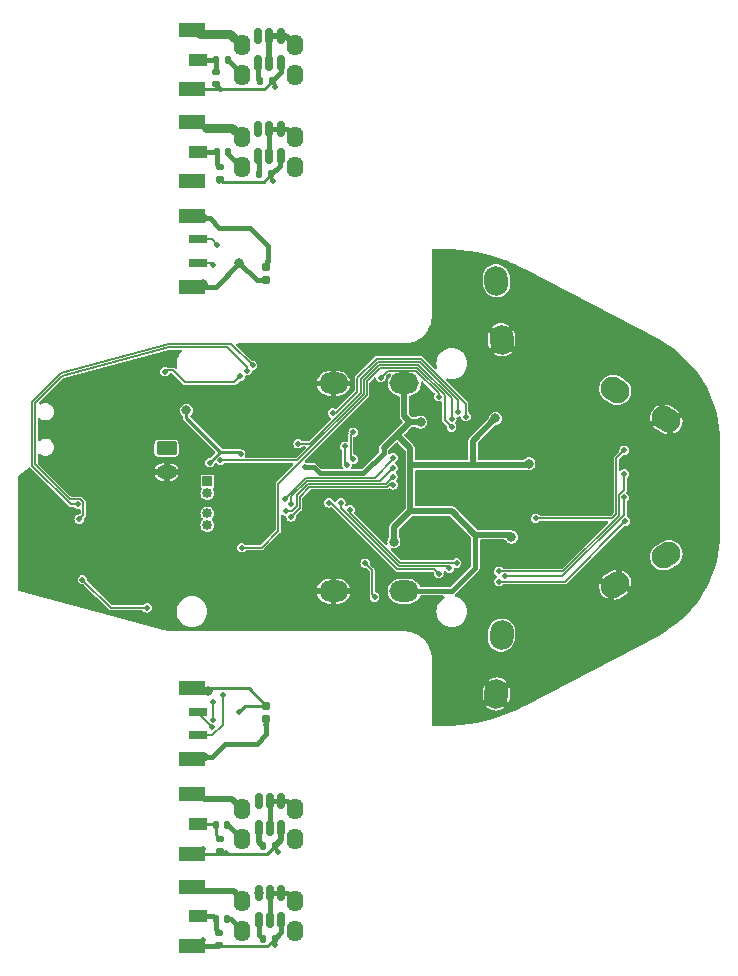
<source format=gbr>
%TF.GenerationSoftware,KiCad,Pcbnew,8.0.3*%
%TF.CreationDate,2024-06-14T00:30:10+09:00*%
%TF.ProjectId,makyi_mouse,6d616b79-695f-46d6-9f75-73652e6b6963,rev?*%
%TF.SameCoordinates,Original*%
%TF.FileFunction,Copper,L2,Bot*%
%TF.FilePolarity,Positive*%
%FSLAX46Y46*%
G04 Gerber Fmt 4.6, Leading zero omitted, Abs format (unit mm)*
G04 Created by KiCad (PCBNEW 8.0.3) date 2024-06-14 00:30:10*
%MOMM*%
%LPD*%
G01*
G04 APERTURE LIST*
G04 Aperture macros list*
%AMRoundRect*
0 Rectangle with rounded corners*
0 $1 Rounding radius*
0 $2 $3 $4 $5 $6 $7 $8 $9 X,Y pos of 4 corners*
0 Add a 4 corners polygon primitive as box body*
4,1,4,$2,$3,$4,$5,$6,$7,$8,$9,$2,$3,0*
0 Add four circle primitives for the rounded corners*
1,1,$1+$1,$2,$3*
1,1,$1+$1,$4,$5*
1,1,$1+$1,$6,$7*
1,1,$1+$1,$8,$9*
0 Add four rect primitives between the rounded corners*
20,1,$1+$1,$2,$3,$4,$5,0*
20,1,$1+$1,$4,$5,$6,$7,0*
20,1,$1+$1,$6,$7,$8,$9,0*
20,1,$1+$1,$8,$9,$2,$3,0*%
%AMHorizOval*
0 Thick line with rounded ends*
0 $1 width*
0 $2 $3 position (X,Y) of the first rounded end (center of the circle)*
0 $4 $5 position (X,Y) of the second rounded end (center of the circle)*
0 Add line between two ends*
20,1,$1,$2,$3,$4,$5,0*
0 Add two circle primitives to create the rounded ends*
1,1,$1,$2,$3*
1,1,$1,$4,$5*%
G04 Aperture macros list end*
%TA.AperFunction,SMDPad,CuDef*%
%ADD10R,1.500000X1.000000*%
%TD*%
%TA.AperFunction,SMDPad,CuDef*%
%ADD11R,2.200000X1.200000*%
%TD*%
%TA.AperFunction,ComponentPad*%
%ADD12O,1.400000X1.800000*%
%TD*%
%TA.AperFunction,ComponentPad*%
%ADD13HorizOval,2.000000X-0.021789X-0.249049X0.021789X0.249049X0*%
%TD*%
%TA.AperFunction,ComponentPad*%
%ADD14HorizOval,2.000000X-0.216506X-0.125000X0.216506X0.125000X0*%
%TD*%
%TA.AperFunction,ComponentPad*%
%ADD15HorizOval,2.000000X0.216506X-0.125000X-0.216506X0.125000X0*%
%TD*%
%TA.AperFunction,SMDPad,CuDef*%
%ADD16R,1.500000X0.700000*%
%TD*%
%TA.AperFunction,ComponentPad*%
%ADD17HorizOval,2.000000X0.021789X-0.249049X-0.021789X0.249049X0*%
%TD*%
%TA.AperFunction,ComponentPad*%
%ADD18O,2.500000X1.800000*%
%TD*%
%TA.AperFunction,ComponentPad*%
%ADD19R,0.850000X0.850000*%
%TD*%
%TA.AperFunction,ComponentPad*%
%ADD20O,0.850000X0.850000*%
%TD*%
%TA.AperFunction,ComponentPad*%
%ADD21RoundRect,0.250000X-0.625000X0.350000X-0.625000X-0.350000X0.625000X-0.350000X0.625000X0.350000X0*%
%TD*%
%TA.AperFunction,ComponentPad*%
%ADD22O,1.750000X1.200000*%
%TD*%
%TA.AperFunction,ComponentPad*%
%ADD23C,0.850000*%
%TD*%
%TA.AperFunction,SMDPad,CuDef*%
%ADD24RoundRect,0.155000X0.155000X-0.212500X0.155000X0.212500X-0.155000X0.212500X-0.155000X-0.212500X0*%
%TD*%
%TA.AperFunction,SMDPad,CuDef*%
%ADD25RoundRect,0.135000X0.135000X0.185000X-0.135000X0.185000X-0.135000X-0.185000X0.135000X-0.185000X0*%
%TD*%
%TA.AperFunction,SMDPad,CuDef*%
%ADD26RoundRect,0.150000X-0.150000X0.512500X-0.150000X-0.512500X0.150000X-0.512500X0.150000X0.512500X0*%
%TD*%
%TA.AperFunction,SMDPad,CuDef*%
%ADD27RoundRect,0.140000X-0.140000X-0.170000X0.140000X-0.170000X0.140000X0.170000X-0.140000X0.170000X0*%
%TD*%
%TA.AperFunction,SMDPad,CuDef*%
%ADD28RoundRect,0.135000X-0.185000X0.135000X-0.185000X-0.135000X0.185000X-0.135000X0.185000X0.135000X0*%
%TD*%
%TA.AperFunction,SMDPad,CuDef*%
%ADD29RoundRect,0.155000X-0.155000X0.212500X-0.155000X-0.212500X0.155000X-0.212500X0.155000X0.212500X0*%
%TD*%
%TA.AperFunction,ViaPad*%
%ADD30C,0.800000*%
%TD*%
%TA.AperFunction,ViaPad*%
%ADD31C,0.500000*%
%TD*%
%TA.AperFunction,Conductor*%
%ADD32C,0.500000*%
%TD*%
%TA.AperFunction,Conductor*%
%ADD33C,0.250000*%
%TD*%
%TA.AperFunction,Conductor*%
%ADD34C,0.400000*%
%TD*%
%TA.AperFunction,Conductor*%
%ADD35C,0.127000*%
%TD*%
%TA.AperFunction,Conductor*%
%ADD36C,0.800000*%
%TD*%
G04 APERTURE END LIST*
D10*
%TO.P,J9,2,Pin_2*%
%TO.N,Net-(J9-Pin_2)*%
X135500000Y-51600000D03*
D11*
%TO.P,J9,3,Pin_3*%
%TO.N,Net-(J9-Pin_3)*%
X135000000Y-54100000D03*
%TO.P,J9,4,Pin_4*%
%TO.N,Net-(D6-A)*%
X135000000Y-49100000D03*
%TD*%
D12*
%TO.P,Q5,1,C*%
%TO.N,Net-(D5-A)*%
X139200000Y-115030000D03*
%TO.P,Q5,2,E*%
%TO.N,Net-(Q5-E)*%
X139200000Y-117570000D03*
%TD*%
%TO.P,D4,1,K*%
%TO.N,Net-(D4-K)*%
X143700000Y-107230000D03*
%TO.P,D4,2,A*%
%TO.N,Net-(D4-A)*%
X143700000Y-109770000D03*
%TD*%
D13*
%TO.P,J6,3,Pin_3*%
%TO.N,GND*%
X160782111Y-97490487D03*
%TO.P,J6,4,Pin_4*%
%TO.N,+3.3V*%
X161217889Y-92509513D03*
%TD*%
D14*
%TO.P,J3,3,Pin_3*%
%TO.N,GND*%
X170834936Y-88250000D03*
%TO.P,J3,4,Pin_4*%
%TO.N,+3.3V*%
X175165064Y-85750000D03*
%TD*%
D15*
%TO.P,J5,3,Pin_3*%
%TO.N,GND*%
X175165064Y-74250000D03*
%TO.P,J5,4,Pin_4*%
%TO.N,+3.3V*%
X170834936Y-71750000D03*
%TD*%
D10*
%TO.P,J7,2,Pin_2*%
%TO.N,Net-(J7-Pin_2)*%
X135500000Y-116300000D03*
D11*
%TO.P,J7,3,Pin_3*%
%TO.N,Net-(J7-Pin_3)*%
X135000000Y-118800000D03*
%TO.P,J7,4,Pin_4*%
%TO.N,Net-(D5-A)*%
X135000000Y-113800000D03*
%TD*%
%TO.P,J13,1,Pin_1*%
%TO.N,Net-(J13-Pin_1)*%
X135000000Y-57000000D03*
D16*
%TO.P,J13,4,Pin_4*%
%TO.N,/encorder1/CS*%
X135500000Y-59000000D03*
%TO.P,J13,5,Pin_5*%
%TO.N,/encorder1/MISO*%
X135500000Y-61000000D03*
D11*
%TO.P,J13,6,Pin_6*%
%TO.N,Net-(J13-Pin_6)*%
X135000000Y-63000000D03*
%TD*%
D12*
%TO.P,D6,1,K*%
%TO.N,Net-(D6-K)*%
X143700000Y-50330000D03*
%TO.P,D6,2,A*%
%TO.N,Net-(D6-A)*%
X143700000Y-52870000D03*
%TD*%
D17*
%TO.P,J8,3,Pin_3*%
%TO.N,GND*%
X161217889Y-67490487D03*
%TO.P,J8,4,Pin_4*%
%TO.N,+3.3V*%
X160782111Y-62509513D03*
%TD*%
D10*
%TO.P,J2,2,Pin_2*%
%TO.N,Net-(J2-Pin_2)*%
X135500000Y-43800000D03*
D11*
%TO.P,J2,3,Pin_3*%
%TO.N,Net-(J2-Pin_3)*%
X135000000Y-46300000D03*
%TO.P,J2,4,Pin_4*%
%TO.N,Net-(D3-A)*%
X135000000Y-41300000D03*
%TD*%
D18*
%TO.P,J10,1,Pin_1*%
%TO.N,+3.3V*%
X152987300Y-71200000D03*
%TO.P,J10,6,Pin_6*%
%TO.N,GND*%
X146987300Y-71200000D03*
%TD*%
D12*
%TO.P,Q3,1,C*%
%TO.N,Net-(D3-A)*%
X139200000Y-42530000D03*
%TO.P,Q3,2,E*%
%TO.N,Net-(Q3-E)*%
X139200000Y-45070000D03*
%TD*%
%TO.P,D5,1,K*%
%TO.N,Net-(D5-K)*%
X143700000Y-115030000D03*
%TO.P,D5,2,A*%
%TO.N,Net-(D5-A)*%
X143700000Y-117570000D03*
%TD*%
%TO.P,D3,1,K*%
%TO.N,Net-(D3-K)*%
X143700000Y-42530000D03*
%TO.P,D3,2,A*%
%TO.N,Net-(D3-A)*%
X143700000Y-45070000D03*
%TD*%
D10*
%TO.P,J4,2,Pin_2*%
%TO.N,Net-(J4-Pin_2)*%
X135500000Y-108500000D03*
D11*
%TO.P,J4,3,Pin_3*%
%TO.N,Net-(J4-Pin_3)*%
X135000000Y-111000000D03*
%TO.P,J4,4,Pin_4*%
%TO.N,Net-(D4-A)*%
X135000000Y-106000000D03*
%TD*%
D19*
%TO.P,M1,1,+*%
%TO.N,Net-(M1-+)*%
X136300000Y-79500000D03*
D20*
%TO.P,M1,2,-*%
%TO.N,Net-(M1--)*%
X136300000Y-80500000D03*
%TD*%
D18*
%TO.P,J12,1,Pin_1*%
%TO.N,+3.3V*%
X152987300Y-88800000D03*
%TO.P,J12,6,Pin_6*%
%TO.N,GND*%
X146987300Y-88800000D03*
%TD*%
D21*
%TO.P,J1,1,Pin_1*%
%TO.N,Net-(J1-Pin_1)*%
X132850000Y-76700000D03*
D22*
%TO.P,J1,2,Pin_2*%
%TO.N,GND*%
X132850000Y-78700000D03*
%TD*%
D12*
%TO.P,Q4,1,C*%
%TO.N,Net-(D4-A)*%
X139200000Y-107230000D03*
%TO.P,Q4,2,E*%
%TO.N,Net-(Q4-E)*%
X139200000Y-109770000D03*
%TD*%
D23*
%TO.P,M2,1,+*%
%TO.N,Net-(M2-+)*%
X136300000Y-82200000D03*
D20*
%TO.P,M2,2,-*%
%TO.N,Net-(M2--)*%
X136300000Y-83200000D03*
%TD*%
D12*
%TO.P,Q6,1,C*%
%TO.N,Net-(D6-A)*%
X139200000Y-50330000D03*
%TO.P,Q6,2,E*%
%TO.N,Net-(Q6-E)*%
X139200000Y-52870000D03*
%TD*%
D24*
%TO.P,C16,1*%
%TO.N,Net-(J11-Pin_1)*%
X141300000Y-99617500D03*
%TO.P,C16,2*%
%TO.N,Net-(J11-Pin_6)*%
X141300000Y-98482500D03*
%TD*%
D25*
%TO.P,R13,1*%
%TO.N,Net-(J4-Pin_3)*%
X142010000Y-110400000D03*
%TO.P,R13,2*%
%TO.N,Net-(U5-R_EXT)*%
X140990000Y-110400000D03*
%TD*%
D26*
%TO.P,U6,1,EN*%
%TO.N,Net-(J7-Pin_1)*%
X140650000Y-114362500D03*
%TO.P,U6,2,OUT*%
%TO.N,Net-(D5-K)*%
X141600000Y-114362500D03*
%TO.P,U6,3,OUT*%
X142550000Y-114362500D03*
%TO.P,U6,4,GND*%
%TO.N,Net-(J7-Pin_3)*%
X142550000Y-116637500D03*
%TO.P,U6,5,OUT*%
%TO.N,Net-(D5-K)*%
X141600000Y-116637500D03*
%TO.P,U6,6,R_EXT*%
%TO.N,Net-(U6-R_EXT)*%
X140650000Y-116637500D03*
%TD*%
D27*
%TO.P,C9,1*%
%TO.N,Net-(J2-Pin_2)*%
X137070000Y-43800000D03*
%TO.P,C9,2*%
%TO.N,Net-(Q3-E)*%
X138030000Y-43800000D03*
%TD*%
D25*
%TO.P,R16,1*%
%TO.N,Net-(J7-Pin_3)*%
X142010000Y-118200000D03*
%TO.P,R16,2*%
%TO.N,Net-(U6-R_EXT)*%
X140990000Y-118200000D03*
%TD*%
D28*
%TO.P,R12,1*%
%TO.N,Net-(J4-Pin_2)*%
X137400000Y-109790000D03*
%TO.P,R12,2*%
%TO.N,Net-(J4-Pin_3)*%
X137400000Y-110810000D03*
%TD*%
%TO.P,R18,1*%
%TO.N,Net-(J9-Pin_2)*%
X137400000Y-52890000D03*
%TO.P,R18,2*%
%TO.N,Net-(J9-Pin_3)*%
X137400000Y-53910000D03*
%TD*%
D29*
%TO.P,C17,1*%
%TO.N,Net-(J13-Pin_1)*%
X141300000Y-61332500D03*
%TO.P,C17,2*%
%TO.N,Net-(J13-Pin_6)*%
X141300000Y-62467500D03*
%TD*%
D25*
%TO.P,R19,1*%
%TO.N,Net-(J9-Pin_3)*%
X141710000Y-53500000D03*
%TO.P,R19,2*%
%TO.N,Net-(U7-R_EXT)*%
X140690000Y-53500000D03*
%TD*%
D26*
%TO.P,U5,1,EN*%
%TO.N,Net-(J4-Pin_1)*%
X140650000Y-106562500D03*
%TO.P,U5,2,OUT*%
%TO.N,Net-(D4-K)*%
X141600000Y-106562500D03*
%TO.P,U5,3,OUT*%
X142550000Y-106562500D03*
%TO.P,U5,4,GND*%
%TO.N,Net-(J4-Pin_3)*%
X142550000Y-108837500D03*
%TO.P,U5,5,OUT*%
%TO.N,Net-(D4-K)*%
X141600000Y-108837500D03*
%TO.P,U5,6,R_EXT*%
%TO.N,Net-(U5-R_EXT)*%
X140650000Y-108837500D03*
%TD*%
%TO.P,U7,1,EN*%
%TO.N,Net-(J9-Pin_1)*%
X140600000Y-49662500D03*
%TO.P,U7,2,OUT*%
%TO.N,Net-(D6-K)*%
X141550000Y-49662500D03*
%TO.P,U7,3,OUT*%
X142500000Y-49662500D03*
%TO.P,U7,4,GND*%
%TO.N,Net-(J9-Pin_3)*%
X142500000Y-51937500D03*
%TO.P,U7,5,OUT*%
%TO.N,Net-(D6-K)*%
X141550000Y-51937500D03*
%TO.P,U7,6,R_EXT*%
%TO.N,Net-(U7-R_EXT)*%
X140600000Y-51937500D03*
%TD*%
D28*
%TO.P,R15,1*%
%TO.N,Net-(J7-Pin_2)*%
X137300000Y-117690000D03*
%TO.P,R15,2*%
%TO.N,Net-(J7-Pin_3)*%
X137300000Y-118710000D03*
%TD*%
D25*
%TO.P,R10,1*%
%TO.N,Net-(J2-Pin_3)*%
X141760000Y-45600000D03*
%TO.P,R10,2*%
%TO.N,Net-(U4-R_EXT)*%
X140740000Y-45600000D03*
%TD*%
D27*
%TO.P,C11,1*%
%TO.N,Net-(J4-Pin_2)*%
X137020000Y-108600000D03*
%TO.P,C11,2*%
%TO.N,Net-(Q4-E)*%
X137980000Y-108600000D03*
%TD*%
D26*
%TO.P,U4,1,EN*%
%TO.N,Net-(J2-Pin_1)*%
X140600000Y-41762500D03*
%TO.P,U4,2,OUT*%
%TO.N,Net-(D3-K)*%
X141550000Y-41762500D03*
%TO.P,U4,3,OUT*%
X142500000Y-41762500D03*
%TO.P,U4,4,GND*%
%TO.N,Net-(J2-Pin_3)*%
X142500000Y-44037500D03*
%TO.P,U4,5,OUT*%
%TO.N,Net-(D3-K)*%
X141550000Y-44037500D03*
%TO.P,U4,6,R_EXT*%
%TO.N,Net-(U4-R_EXT)*%
X140600000Y-44037500D03*
%TD*%
D27*
%TO.P,C13,1*%
%TO.N,Net-(J7-Pin_2)*%
X137020000Y-116500000D03*
%TO.P,C13,2*%
%TO.N,Net-(Q5-E)*%
X137980000Y-116500000D03*
%TD*%
%TO.P,C15,1*%
%TO.N,Net-(J9-Pin_2)*%
X137120000Y-51600000D03*
%TO.P,C15,2*%
%TO.N,Net-(Q6-E)*%
X138080000Y-51600000D03*
%TD*%
D11*
%TO.P,J11,1,Pin_1*%
%TO.N,Net-(J11-Pin_1)*%
X135000000Y-103000000D03*
X135000000Y-103000000D03*
D16*
%TO.P,J11,2,Pin_2*%
%TO.N,/encorder/MOSI*%
X135500000Y-101000000D03*
%TO.P,J11,3,Pin_3*%
%TO.N,/encorder/SCLK*%
X135500000Y-99000000D03*
D11*
%TO.P,J11,6,Pin_6*%
%TO.N,Net-(J11-Pin_6)*%
X135000000Y-97000000D03*
%TD*%
D28*
%TO.P,R9,1*%
%TO.N,Net-(J2-Pin_2)*%
X137050000Y-44790000D03*
%TO.P,R9,2*%
%TO.N,Net-(J2-Pin_3)*%
X137050000Y-45810000D03*
%TD*%
D30*
%TO.N,GND*%
X129300000Y-85700000D03*
D31*
X142400000Y-87400000D03*
D30*
X162300000Y-86200000D03*
X128900000Y-81200000D03*
D31*
X144700000Y-75600000D03*
D30*
X134300000Y-81000000D03*
D31*
X156700000Y-82800000D03*
D30*
X172500000Y-90900000D03*
X127800000Y-82900000D03*
D31*
X159400000Y-88300000D03*
D30*
X156400000Y-93400000D03*
D31*
X169800000Y-75500000D03*
D30*
X157600000Y-67700000D03*
D31*
X151200000Y-83900000D03*
X154900000Y-77200000D03*
X150000000Y-80600000D03*
D30*
X123500000Y-82200000D03*
X164400000Y-67700000D03*
X147900000Y-69500000D03*
D31*
X166000000Y-80800000D03*
D30*
X141300000Y-83500000D03*
X176700000Y-84000000D03*
D31*
X160600000Y-89600000D03*
D30*
X125200000Y-80000000D03*
X138400000Y-73200000D03*
X155900000Y-60900000D03*
X127700000Y-86000000D03*
D31*
X153700000Y-84100000D03*
X146100000Y-74200000D03*
X152700000Y-81300000D03*
D30*
X140400000Y-72400000D03*
D31*
X160000000Y-82400000D03*
D30*
X164300000Y-72200000D03*
D31*
X132800000Y-91600000D03*
X164100000Y-75500000D03*
X164400000Y-79300000D03*
X152200000Y-74600000D03*
X143500000Y-72200000D03*
D30*
X156400000Y-99200000D03*
X173700000Y-84500000D03*
X163200000Y-93800000D03*
D31*
X148400000Y-74500000D03*
X149900000Y-85200000D03*
D30*
X120800000Y-85800000D03*
D31*
X160300000Y-79100000D03*
X152800000Y-85200000D03*
X170100000Y-82000000D03*
X153500000Y-75500000D03*
X137400000Y-91600000D03*
X140700000Y-91600000D03*
D30*
X138400000Y-71800000D03*
D31*
X159200000Y-63800000D03*
D30*
X143400000Y-83600000D03*
X175800000Y-79800000D03*
D31*
X141900000Y-77100000D03*
X154900000Y-79200000D03*
D30*
X129700000Y-70000000D03*
D31*
X146800000Y-76100000D03*
X143000000Y-77100000D03*
D30*
X135000000Y-78300000D03*
X157600000Y-65900000D03*
D31*
X150700000Y-82050000D03*
D30*
X160000000Y-72200000D03*
D31*
X157600000Y-80000000D03*
D30*
X137400000Y-90100000D03*
D31*
X145900000Y-91700000D03*
X157800000Y-77200000D03*
D30*
X141600000Y-69700000D03*
X145100000Y-86500000D03*
X164200000Y-64600000D03*
X123700000Y-72400000D03*
X132700000Y-72200000D03*
X125800000Y-85600000D03*
D31*
X158800000Y-89600000D03*
X166200000Y-86300000D03*
X141500000Y-73900000D03*
X150000000Y-82800000D03*
X149250000Y-77250000D03*
X140700000Y-90100000D03*
D30*
X172600000Y-70200000D03*
D31*
X155000000Y-90800000D03*
D30*
X131800000Y-82700000D03*
X133900000Y-85600000D03*
D31*
X157900000Y-86900000D03*
D30*
X137500000Y-86700000D03*
D31*
X160300000Y-77300000D03*
D30*
X121400000Y-80000000D03*
D31*
X142200000Y-78400000D03*
D30*
X141100000Y-82100000D03*
D31*
X141700000Y-79200000D03*
D30*
X141100000Y-80400000D03*
D31*
X147300000Y-83600000D03*
D30*
X168600000Y-83500000D03*
X126700000Y-78000000D03*
X158500000Y-60900000D03*
X130600000Y-81100000D03*
D31*
X154600000Y-87800000D03*
X148600000Y-84100000D03*
X164000000Y-88900000D03*
D30*
X142400000Y-85100000D03*
X170000000Y-79600000D03*
D31*
X150700000Y-91800000D03*
X162500000Y-61700000D03*
D30*
X123500000Y-78100000D03*
D31*
X157800000Y-79100000D03*
X144400000Y-90100000D03*
X130900000Y-91100000D03*
D30*
X156600000Y-87800000D03*
X162800000Y-91100000D03*
D31*
X154900000Y-81100000D03*
D30*
X169800000Y-68300000D03*
X128800000Y-78900000D03*
X135000000Y-77200000D03*
X170700000Y-93800000D03*
X128900000Y-72200000D03*
X132600000Y-85300000D03*
X139600000Y-84000000D03*
D31*
X133200000Y-71000000D03*
X156600000Y-85000000D03*
X170000000Y-77100000D03*
X145600000Y-77600000D03*
X164400000Y-77100000D03*
D30*
X170800000Y-73800000D03*
X140300000Y-86100000D03*
D31*
X163900000Y-84400000D03*
X155349896Y-73494500D03*
X155000000Y-82800000D03*
X146500000Y-78200000D03*
D30*
%TO.N,+3.3V*%
X134520000Y-73480000D03*
X163530064Y-77990499D03*
D31*
X151250000Y-76690000D03*
X136506513Y-77906513D03*
D30*
X152100000Y-84600000D03*
X154355877Y-74466910D03*
D31*
X144610000Y-78300000D03*
D30*
X162050000Y-84200000D03*
D31*
X139123834Y-77187671D03*
D30*
X160700000Y-74150000D03*
D31*
%TO.N,/BATT_ADC*%
X144000000Y-76300000D03*
X157500000Y-73600000D03*
%TO.N,Net-(J2-Pin_1)*%
X140600000Y-41762500D03*
%TO.N,Net-(J4-Pin_1)*%
X140650000Y-106562500D03*
D30*
%TO.N,Net-(J7-Pin_1)*%
X140650000Y-114362500D03*
D31*
%TO.N,Net-(J9-Pin_1)*%
X140550000Y-49662500D03*
%TO.N,/IMU_SCLK*%
X147923418Y-76523418D03*
X148129223Y-78129223D03*
%TO.N,/IMU_CS*%
X148657276Y-75327112D03*
X148647682Y-77610764D03*
%TO.N,/BIN2*%
X152047951Y-79783494D03*
X143400000Y-82500000D03*
%TO.N,/BIN1*%
X142927395Y-81983622D03*
X152017201Y-79084168D03*
%TO.N,/AIN2*%
X143420615Y-81390737D03*
X152018102Y-78357067D03*
%TO.N,/AIN1*%
X142882995Y-80942442D03*
X152029999Y-77470000D03*
%TO.N,/ENC_L_MOSI*%
X155893124Y-72306876D03*
X150987300Y-70700000D03*
%TO.N,/encorder/MOSI*%
X137600000Y-97600000D03*
%TO.N,/encorder/SCLK*%
X136684073Y-100311164D03*
%TO.N,/encorder/CS*%
X136800000Y-98200000D03*
X136773000Y-99690500D03*
%TO.N,/ENC_R_CS*%
X149673643Y-86423643D03*
X150468650Y-89281350D03*
%TO.N,/encorder1/CS*%
X137100000Y-59440500D03*
%TO.N,/encorder1/MISO*%
X136800000Y-61200000D03*
%TO.N,/Flash_SDA*%
X148400000Y-81900000D03*
X157400000Y-86400000D03*
%TO.N,/Flash_SCL*%
X156800000Y-86840500D03*
X147600000Y-81300000D03*
%TO.N,/LED1*%
X161000000Y-87981000D03*
X171700000Y-82850000D03*
%TO.N,/LED2*%
X161500000Y-87540500D03*
X171600000Y-80850000D03*
%TO.N,/LED3*%
X171600000Y-78850000D03*
X161000000Y-87100000D03*
%TO.N,/LED4*%
X164100000Y-82600000D03*
X171600000Y-76850000D03*
%TO.N,/Flash_WP*%
X155900000Y-87300000D03*
X146600000Y-81300000D03*
%TO.N,/DEBUG_RX*%
X125450000Y-82700000D03*
X139688518Y-70111482D03*
%TO.N,/DEBUG_TX*%
X125359500Y-81430000D03*
X140131876Y-69668124D03*
%TO.N,/NRST*%
X131200000Y-90200000D03*
X125725000Y-87800000D03*
%TO.N,Net-(D3-A)*%
X135550000Y-41572183D03*
%TO.N,Net-(D4-A)*%
X136000000Y-106400000D03*
%TO.N,Net-(D5-A)*%
X135900000Y-114200000D03*
%TO.N,Net-(D6-A)*%
X136150000Y-49550000D03*
%TO.N,Net-(J2-Pin_3)*%
X142000000Y-46100000D03*
X135850000Y-46000000D03*
X137350000Y-46250000D03*
%TO.N,Net-(J4-Pin_3)*%
X135900000Y-110600000D03*
X137900000Y-110950000D03*
X142300000Y-110900000D03*
%TO.N,Net-(J7-Pin_3)*%
X142000000Y-118750000D03*
X137210000Y-118750000D03*
X135900000Y-118300000D03*
%TO.N,Net-(J9-Pin_3)*%
X135850000Y-53750000D03*
X141900000Y-54050000D03*
X137250000Y-54050000D03*
D30*
%TO.N,Net-(J11-Pin_1)*%
X136000000Y-102800000D03*
D31*
X141300000Y-100100000D03*
%TO.N,Net-(J11-Pin_6)*%
X139000000Y-99000000D03*
D30*
X136350000Y-97250000D03*
%TO.N,Net-(J13-Pin_6)*%
X139000000Y-61000000D03*
X135900000Y-62800000D03*
D31*
%TO.N,Net-(J13-Pin_1)*%
X141450000Y-60800000D03*
D30*
X135900000Y-57200000D03*
D31*
%TO.N,/I_right*%
X156988519Y-74911481D03*
X139200000Y-85100000D03*
%TO.N,/I_left*%
X157000000Y-74200000D03*
X137411481Y-77711481D03*
%TO.N,/USER_SW*%
X146900000Y-73700000D03*
X139100000Y-70600000D03*
X132700000Y-70200000D03*
X158200000Y-74000000D03*
%TD*%
D32*
%TO.N,+3.3V*%
X153500000Y-76700000D02*
X153500000Y-81980000D01*
D33*
X138936163Y-77000000D02*
X139123834Y-77187671D01*
D32*
X153457690Y-74466910D02*
X152362300Y-75562300D01*
D33*
X136506513Y-77906513D02*
X137413026Y-77000000D01*
D32*
X160700000Y-74150000D02*
X158800000Y-76050000D01*
D33*
X137600000Y-77000000D02*
X138936163Y-77000000D01*
D32*
X151250000Y-76674600D02*
X153457690Y-74466910D01*
X152100000Y-83380000D02*
X153500000Y-81980000D01*
D33*
X137600000Y-77000000D02*
X137413026Y-77000000D01*
D32*
X162050000Y-84200000D02*
X161850000Y-84000000D01*
D34*
X151250000Y-76690000D02*
X151250000Y-77050000D01*
X145300000Y-78300000D02*
X144610000Y-78300000D01*
D33*
X134520000Y-73480000D02*
X134520000Y-74106974D01*
D32*
X158800000Y-76050000D02*
X158800000Y-78114031D01*
X152100000Y-84600000D02*
X152100000Y-83380000D01*
D34*
X159000000Y-86800000D02*
X159000000Y-84000000D01*
D32*
X153520000Y-82000000D02*
X153500000Y-81980000D01*
D34*
X151250000Y-77050000D02*
X149500000Y-78800000D01*
D32*
X163406532Y-78114031D02*
X158135969Y-78114031D01*
X151250000Y-76690000D02*
X151250000Y-76674600D01*
X152987300Y-73996520D02*
X153457690Y-74466910D01*
X152987300Y-71200000D02*
X152987300Y-73996520D01*
X152362300Y-75562300D02*
X153500000Y-76700000D01*
X163530064Y-77990499D02*
X163406532Y-78114031D01*
X153457690Y-74466910D02*
X154355877Y-74466910D01*
X161850000Y-84000000D02*
X159000000Y-84000000D01*
X153500000Y-78114031D02*
X158135969Y-78114031D01*
X157000000Y-82000000D02*
X153520000Y-82000000D01*
X158800000Y-78114031D02*
X158135969Y-78114031D01*
X159000000Y-84000000D02*
X157000000Y-82000000D01*
D34*
X145800000Y-78800000D02*
X145300000Y-78300000D01*
D33*
X134520000Y-74106974D02*
X137413026Y-77000000D01*
D34*
X157000000Y-88800000D02*
X159000000Y-86800000D01*
X152987300Y-88800000D02*
X157000000Y-88800000D01*
X149500000Y-78800000D02*
X145800000Y-78800000D01*
D35*
%TO.N,/BATT_ADC*%
X157500000Y-72572370D02*
X154275130Y-69347500D01*
X157500000Y-73600000D02*
X157500000Y-72572370D01*
X150734080Y-69347500D02*
X149292000Y-70789580D01*
X149292000Y-70789580D02*
X149292000Y-71989580D01*
X154275130Y-69347500D02*
X150734080Y-69347500D01*
X149292000Y-71989580D02*
X144981580Y-76300000D01*
X144981580Y-76300000D02*
X144000000Y-76300000D01*
D34*
%TO.N,Net-(J2-Pin_2)*%
X137050000Y-43820000D02*
X137070000Y-43800000D01*
X137050000Y-44790000D02*
X137050000Y-43820000D01*
X137070000Y-43800000D02*
X135500000Y-43800000D01*
%TO.N,Net-(Q3-E)*%
X138085000Y-43800000D02*
X139350000Y-45065000D01*
X138030000Y-43800000D02*
X138085000Y-43800000D01*
D33*
%TO.N,Net-(J4-Pin_2)*%
X135500000Y-108500000D02*
X136920000Y-108500000D01*
X137020000Y-109410000D02*
X137400000Y-109790000D01*
X137020000Y-108600000D02*
X137020000Y-109410000D01*
X136920000Y-108500000D02*
X137020000Y-108600000D01*
D34*
%TO.N,Net-(Q4-E)*%
X137980000Y-108600000D02*
X138030000Y-108600000D01*
X138030000Y-108600000D02*
X139200000Y-109770000D01*
%TO.N,Net-(J7-Pin_2)*%
X136820000Y-116300000D02*
X137020000Y-116500000D01*
X137020000Y-116500000D02*
X137020000Y-117410000D01*
X135500000Y-116300000D02*
X136820000Y-116300000D01*
X137020000Y-117410000D02*
X137300000Y-117690000D01*
%TO.N,Net-(Q5-E)*%
X137980000Y-116500000D02*
X138285000Y-116500000D01*
X138285000Y-116500000D02*
X139350000Y-117565000D01*
%TO.N,Net-(J9-Pin_2)*%
X137120000Y-51600000D02*
X137120000Y-52610000D01*
X137120000Y-51600000D02*
X135500000Y-51600000D01*
X137120000Y-52610000D02*
X137400000Y-52890000D01*
%TO.N,Net-(Q6-E)*%
X138080000Y-51750000D02*
X139200000Y-52870000D01*
X138080000Y-51600000D02*
X138080000Y-51750000D01*
D32*
%TO.N,Net-(D3-K)*%
X141550000Y-41762500D02*
X142500000Y-41762500D01*
X141550000Y-44037500D02*
X141550000Y-41762500D01*
X142932500Y-41762500D02*
X143700000Y-42530000D01*
X142500000Y-41762500D02*
X142932500Y-41762500D01*
D34*
%TO.N,Net-(D4-K)*%
X141600000Y-106562500D02*
X142550000Y-106562500D01*
X142550000Y-106562500D02*
X143032500Y-106562500D01*
X143032500Y-106562500D02*
X143700000Y-107230000D01*
X141600000Y-108837500D02*
X141600000Y-106562500D01*
%TO.N,Net-(D5-K)*%
X142550000Y-114362500D02*
X143087500Y-114362500D01*
X141600000Y-116637500D02*
X141600000Y-114362500D01*
X143087500Y-114362500D02*
X143750000Y-115025000D01*
X141600000Y-114362500D02*
X142550000Y-114362500D01*
%TO.N,Net-(D6-K)*%
X141550000Y-51937500D02*
X141550000Y-49662500D01*
X141550000Y-49662500D02*
X143037500Y-49662500D01*
X143037500Y-49662500D02*
X143700000Y-50325000D01*
%TO.N,Net-(U4-R_EXT)*%
X140600000Y-44037500D02*
X140600000Y-45460000D01*
X140600000Y-45460000D02*
X140740000Y-45600000D01*
D32*
%TO.N,Net-(U5-R_EXT)*%
X140650000Y-110060000D02*
X140990000Y-110400000D01*
X140650000Y-108837500D02*
X140650000Y-110060000D01*
D34*
%TO.N,Net-(U6-R_EXT)*%
X140650000Y-117860000D02*
X140990000Y-118200000D01*
X140650000Y-116637500D02*
X140650000Y-117860000D01*
%TO.N,Net-(U7-R_EXT)*%
X140690000Y-53500000D02*
X140690000Y-52027500D01*
X140690000Y-52027500D02*
X140600000Y-51937500D01*
X140600000Y-51937500D02*
X140550000Y-51937500D01*
D35*
%TO.N,/IMU_SCLK*%
X148129223Y-78129223D02*
X147923418Y-77923418D01*
X147923418Y-77923418D02*
X147923418Y-76523418D01*
%TO.N,/IMU_CS*%
X148647682Y-77610764D02*
X148436918Y-77400000D01*
X148436918Y-77400000D02*
X148436918Y-75547470D01*
X148436918Y-75547470D02*
X148657276Y-75327112D01*
%TO.N,/BIN2*%
X144115115Y-81784885D02*
X144115115Y-80787952D01*
X144950567Y-79952500D02*
X151508079Y-79952500D01*
X151862518Y-79598061D02*
X152047951Y-79783494D01*
X151508079Y-79952500D02*
X151862518Y-79598061D01*
X143400000Y-82500000D02*
X144115115Y-81784885D01*
X144115115Y-80787952D02*
X144950567Y-79952500D01*
%TO.N,/BIN1*%
X142927395Y-81983622D02*
X143450692Y-81983622D01*
X143450692Y-81983622D02*
X143861115Y-81573199D01*
X151402869Y-79698500D02*
X152017201Y-79084168D01*
X144845357Y-79698500D02*
X151402869Y-79698500D01*
X143861115Y-80682742D02*
X144845357Y-79698500D01*
X143861115Y-81573199D02*
X143861115Y-80682742D01*
%TO.N,/AIN2*%
X143420615Y-80764032D02*
X144740147Y-79444500D01*
X144740147Y-79444500D02*
X150930669Y-79444500D01*
X143420615Y-81390737D02*
X143420615Y-80764032D01*
X150930669Y-79444500D02*
X152018102Y-78357067D01*
%TO.N,/AIN1*%
X152029999Y-77618970D02*
X150458469Y-79190500D01*
X144634937Y-79190500D02*
X142882995Y-80942442D01*
X152029999Y-77470000D02*
X152029999Y-77618970D01*
X150458469Y-79190500D02*
X144634937Y-79190500D01*
%TO.N,/ENC_L_MOSI*%
X155893124Y-72043124D02*
X155893124Y-72306876D01*
X153959500Y-70109500D02*
X155893124Y-72043124D01*
X150987300Y-70700000D02*
X151577800Y-70109500D01*
X151577800Y-70109500D02*
X153959500Y-70109500D01*
%TO.N,/encorder/MOSI*%
X136700000Y-101000000D02*
X135500000Y-101000000D01*
X137600000Y-97600000D02*
X137600000Y-100100000D01*
X137600000Y-100100000D02*
X136700000Y-101000000D01*
%TO.N,/encorder/SCLK*%
X135500000Y-99000000D02*
X135500000Y-99127091D01*
X135500000Y-99127091D02*
X136684073Y-100311164D01*
%TO.N,/encorder/CS*%
X136773000Y-99690500D02*
X136800000Y-99663500D01*
X136800000Y-99663500D02*
X136800000Y-98200000D01*
%TO.N,/ENC_R_CS*%
X150250000Y-87000000D02*
X150250000Y-89062700D01*
X149673643Y-86423643D02*
X150250000Y-87000000D01*
X150250000Y-89062700D02*
X150468650Y-89281350D01*
%TO.N,/encorder1/CS*%
X136659500Y-59000000D02*
X135500000Y-59000000D01*
X137100000Y-59440500D02*
X136659500Y-59000000D01*
%TO.N,/encorder1/MISO*%
X136800000Y-61200000D02*
X136600000Y-61000000D01*
X136600000Y-61000000D02*
X135500000Y-61000000D01*
%TO.N,/Flash_SDA*%
X152613248Y-86400000D02*
X157400000Y-86400000D01*
X148400000Y-81900000D02*
X148400000Y-82186752D01*
X148400000Y-82186752D02*
X152613248Y-86400000D01*
%TO.N,/Flash_SCL*%
X147600000Y-81745962D02*
X152508038Y-86654000D01*
X156613500Y-86654000D02*
X156800000Y-86840500D01*
X147600000Y-81300000D02*
X147600000Y-81745962D01*
X152508038Y-86654000D02*
X156613500Y-86654000D01*
%TO.N,/LED1*%
X161000000Y-87981000D02*
X166569000Y-87981000D01*
X166569000Y-87981000D02*
X171700000Y-82850000D01*
%TO.N,/LED2*%
X166359500Y-87540500D02*
X171600000Y-82300000D01*
X161500000Y-87540500D02*
X166359500Y-87540500D01*
X171600000Y-82300000D02*
X171600000Y-80850000D01*
%TO.N,/LED3*%
X161000000Y-87100000D02*
X166440790Y-87100000D01*
X171159500Y-82381290D02*
X171159500Y-80667538D01*
X166440790Y-87100000D02*
X171159500Y-82381290D01*
X171159500Y-80667538D02*
X171600000Y-80227038D01*
X171600000Y-80227038D02*
X171600000Y-78850000D01*
%TO.N,/LED4*%
X170581580Y-82600000D02*
X170905500Y-82276080D01*
X164100000Y-82600000D02*
X170581580Y-82600000D01*
X170905500Y-77544500D02*
X171600000Y-76850000D01*
X170905500Y-82276080D02*
X170905500Y-77544500D01*
%TO.N,/Flash_WP*%
X152402828Y-86908000D02*
X155508000Y-86908000D01*
X146794828Y-81300000D02*
X152402828Y-86908000D01*
X146600000Y-81300000D02*
X146794828Y-81300000D01*
X155508000Y-86908000D02*
X155900000Y-87300000D01*
%TO.N,/DEBUG_RX*%
X121717500Y-72841710D02*
X121717500Y-78058290D01*
X133081295Y-68117500D02*
X124011453Y-70547757D01*
X139688518Y-69847728D02*
X137958290Y-68117500D01*
X125800000Y-82350000D02*
X125450000Y-82700000D01*
X121717500Y-78058290D02*
X124648710Y-80989500D01*
X125541962Y-80989500D02*
X125800000Y-81247538D01*
X125800000Y-81247538D02*
X125800000Y-82350000D01*
X137958290Y-68117500D02*
X133081295Y-68117500D01*
X139688518Y-70111482D02*
X139688518Y-69847728D01*
X124011453Y-70547757D02*
X121717500Y-72841710D01*
X124648710Y-80989500D02*
X125541962Y-80989500D01*
%TO.N,/DEBUG_TX*%
X138327252Y-67863500D02*
X133047855Y-67863500D01*
X121463500Y-78163500D02*
X124730000Y-81430000D01*
X133047855Y-67863500D02*
X123879973Y-70320027D01*
X123879973Y-70320027D02*
X121463500Y-72736500D01*
X140131876Y-69668124D02*
X138327252Y-67863500D01*
X121463500Y-72736500D02*
X121463500Y-78163500D01*
X124730000Y-81430000D02*
X125359500Y-81430000D01*
%TO.N,/NRST*%
X128125000Y-90200000D02*
X131200000Y-90200000D01*
X125725000Y-87800000D02*
X128125000Y-90200000D01*
D36*
%TO.N,Net-(D3-A)*%
X139200000Y-42530000D02*
X138242183Y-41572183D01*
X138242183Y-41572183D02*
X135700000Y-41572183D01*
D32*
%TO.N,Net-(D4-A)*%
X139200000Y-107230000D02*
X138370000Y-106400000D01*
D34*
X135600000Y-106000000D02*
X136000000Y-106400000D01*
X135000000Y-106000000D02*
X135600000Y-106000000D01*
D32*
X138370000Y-106400000D02*
X136000000Y-106400000D01*
D33*
%TO.N,Net-(D5-A)*%
X135000000Y-113800000D02*
X135500000Y-113800000D01*
X135500000Y-113800000D02*
X135900000Y-114200000D01*
D32*
X135900000Y-114200000D02*
X138525000Y-114200000D01*
X138525000Y-114200000D02*
X139350000Y-115025000D01*
D34*
%TO.N,Net-(D6-A)*%
X136150000Y-49550000D02*
X135700000Y-49100000D01*
X135700000Y-49100000D02*
X135000000Y-49100000D01*
D36*
X138420000Y-49550000D02*
X139200000Y-50330000D01*
X136150000Y-49550000D02*
X138420000Y-49550000D01*
D33*
%TO.N,Net-(J2-Pin_3)*%
X141760000Y-45600000D02*
X141760000Y-45660346D01*
X142000000Y-46100000D02*
X142000000Y-45840000D01*
X142000000Y-45840000D02*
X141760000Y-45600000D01*
D34*
X137050000Y-45950000D02*
X137350000Y-46250000D01*
X142500000Y-44037500D02*
X142500000Y-44860000D01*
D33*
X141760000Y-45660346D02*
X141120346Y-46300000D01*
D34*
X137050000Y-45810000D02*
X137050000Y-45950000D01*
D33*
X141120346Y-46300000D02*
X135000000Y-46300000D01*
D34*
X142500000Y-44860000D02*
X141760000Y-45600000D01*
D33*
%TO.N,Net-(J4-Pin_3)*%
X137900000Y-110950000D02*
X137540000Y-110950000D01*
D32*
X142550000Y-109860000D02*
X142010000Y-110400000D01*
D33*
X135045000Y-111045000D02*
X135000000Y-111000000D01*
X142010000Y-110400000D02*
X141365000Y-111045000D01*
X141365000Y-111045000D02*
X135045000Y-111045000D01*
D32*
X142550000Y-108837500D02*
X142550000Y-109860000D01*
D33*
X137540000Y-110950000D02*
X137400000Y-110810000D01*
X142010000Y-110400000D02*
X142010000Y-110610000D01*
X142010000Y-110610000D02*
X142300000Y-110900000D01*
%TO.N,Net-(J7-Pin_3)*%
X142000000Y-118210000D02*
X142010000Y-118200000D01*
D34*
X142550000Y-117660000D02*
X142550000Y-116637500D01*
X135000000Y-118800000D02*
X137210000Y-118800000D01*
D33*
X142000000Y-118750000D02*
X142000000Y-118210000D01*
X137250000Y-118710000D02*
X137210000Y-118750000D01*
X137435000Y-118845000D02*
X141365000Y-118845000D01*
X137300000Y-118710000D02*
X137435000Y-118845000D01*
X137300000Y-118710000D02*
X137250000Y-118710000D01*
X141365000Y-118845000D02*
X142010000Y-118200000D01*
D34*
X137210000Y-118800000D02*
X137300000Y-118710000D01*
X142010000Y-118200000D02*
X142550000Y-117660000D01*
D33*
%TO.N,Net-(J9-Pin_3)*%
X141710000Y-53860000D02*
X141710000Y-53500000D01*
D34*
X142450000Y-52760000D02*
X141710000Y-53500000D01*
X142450000Y-51937500D02*
X142450000Y-52760000D01*
D33*
X141060000Y-54150000D02*
X137640000Y-54150000D01*
X141900000Y-54050000D02*
X141710000Y-53860000D01*
X137390000Y-53910000D02*
X137250000Y-54050000D01*
X137640000Y-54150000D02*
X137400000Y-53910000D01*
X141710000Y-53500000D02*
X141060000Y-54150000D01*
X137400000Y-53910000D02*
X137390000Y-53910000D01*
D34*
%TO.N,Net-(J11-Pin_1)*%
X135800000Y-103000000D02*
X136000000Y-102800000D01*
X137800000Y-101700000D02*
X140500000Y-101700000D01*
X141300000Y-99617500D02*
X141300000Y-100100000D01*
X141300000Y-100900000D02*
X141300000Y-100100000D01*
X136000000Y-102800000D02*
X136700000Y-102800000D01*
X136700000Y-102800000D02*
X137800000Y-101700000D01*
X135000000Y-103000000D02*
X135800000Y-103000000D01*
X140500000Y-101700000D02*
X141300000Y-100900000D01*
D33*
%TO.N,Net-(J11-Pin_6)*%
X139817500Y-97000000D02*
X141300000Y-98482500D01*
X136100000Y-97000000D02*
X135000000Y-97000000D01*
X141300000Y-98482500D02*
X139517500Y-98482500D01*
X136600000Y-97000000D02*
X139817500Y-97000000D01*
X136350000Y-97250000D02*
X136600000Y-97000000D01*
X139517500Y-98482500D02*
X139000000Y-99000000D01*
X136350000Y-97250000D02*
X136100000Y-97000000D01*
D34*
%TO.N,Net-(J13-Pin_6)*%
X137000000Y-63000000D02*
X139000000Y-61000000D01*
X141300000Y-62467500D02*
X140467500Y-62467500D01*
X135000000Y-63000000D02*
X135700000Y-63000000D01*
X140467500Y-62467500D02*
X139000000Y-61000000D01*
X135700000Y-63000000D02*
X135900000Y-62800000D01*
X135900000Y-62800000D02*
X136100000Y-63000000D01*
X136100000Y-63000000D02*
X137000000Y-63000000D01*
D35*
%TO.N,Net-(J13-Pin_1)*%
X141300000Y-60950000D02*
X141450000Y-60800000D01*
D34*
X141450000Y-60800000D02*
X141450000Y-59550000D01*
D35*
X141300000Y-61332500D02*
X141300000Y-60950000D01*
D34*
X135900000Y-57200000D02*
X135700000Y-57000000D01*
X136492893Y-57200000D02*
X135900000Y-57200000D01*
X135700000Y-57000000D02*
X135000000Y-57000000D01*
X139900000Y-58000000D02*
X137292893Y-58000000D01*
X137292893Y-58000000D02*
X136492893Y-57200000D01*
X141450000Y-59550000D02*
X139900000Y-58000000D01*
D35*
%TO.N,/I_right*%
X156383347Y-72174137D02*
X156383347Y-74306309D01*
X149800000Y-72200000D02*
X149800000Y-71000000D01*
X154064710Y-69855500D02*
X156383347Y-72174137D01*
X149800000Y-71000000D02*
X150944500Y-69855500D01*
X150944500Y-69855500D02*
X154064710Y-69855500D01*
X140900000Y-85100000D02*
X142300000Y-83700000D01*
X142300000Y-83700000D02*
X142300000Y-79700000D01*
X139200000Y-85100000D02*
X140900000Y-85100000D01*
X156383347Y-74306309D02*
X156988519Y-74911481D01*
X142300000Y-79700000D02*
X149800000Y-72200000D01*
%TO.N,/I_left*%
X154169920Y-69601500D02*
X150839290Y-69601500D01*
X143929309Y-77711481D02*
X137411481Y-77711481D01*
X157000000Y-74200000D02*
X157000000Y-72431580D01*
X149546000Y-72094790D02*
X143929309Y-77711481D01*
X149546000Y-70894790D02*
X149546000Y-72094790D01*
X157000000Y-72431580D02*
X154169920Y-69601500D01*
X150839290Y-69601500D02*
X149546000Y-70894790D01*
%TO.N,/USER_SW*%
X149000000Y-71922370D02*
X147222370Y-73700000D01*
X154380340Y-69093500D02*
X150628870Y-69093500D01*
X150628870Y-69093500D02*
X149000000Y-70722370D01*
X149000000Y-70722370D02*
X149000000Y-71922370D01*
X132700000Y-70200000D02*
X132800000Y-70100000D01*
X138600000Y-71100000D02*
X139100000Y-70600000D01*
X133400000Y-70100000D02*
X134400000Y-71100000D01*
X158200000Y-72913160D02*
X154380340Y-69093500D01*
X158200000Y-74000000D02*
X158200000Y-72913160D01*
X147222370Y-73700000D02*
X146900000Y-73700000D01*
X134400000Y-71100000D02*
X138600000Y-71100000D01*
X132800000Y-70100000D02*
X133400000Y-70100000D01*
%TD*%
%TA.AperFunction,Conductor*%
%TO.N,GND*%
G36*
X151795939Y-70343185D02*
G01*
X151841694Y-70395989D01*
X151851638Y-70465147D01*
X151824753Y-70526165D01*
X151821325Y-70530341D01*
X151706358Y-70702403D01*
X151627170Y-70893579D01*
X151627168Y-70893587D01*
X151586800Y-71096530D01*
X151586800Y-71303469D01*
X151627168Y-71506412D01*
X151627170Y-71506420D01*
X151706358Y-71697596D01*
X151821324Y-71869657D01*
X151967642Y-72015975D01*
X151967645Y-72015977D01*
X152139702Y-72130941D01*
X152330880Y-72210130D01*
X152486994Y-72241182D01*
X152548902Y-72273566D01*
X152583476Y-72334282D01*
X152586800Y-72362799D01*
X152586800Y-73943793D01*
X152586800Y-74049247D01*
X152591399Y-74066410D01*
X152614093Y-74151109D01*
X152623228Y-74166931D01*
X152666820Y-74242433D01*
X152666822Y-74242435D01*
X152803616Y-74379229D01*
X152837101Y-74440552D01*
X152832117Y-74510244D01*
X152803616Y-74554591D01*
X150929522Y-76428684D01*
X150929520Y-76428687D01*
X150876793Y-76520011D01*
X150867850Y-76553385D01*
X150866009Y-76559600D01*
X150864019Y-76565723D01*
X150862000Y-76575216D01*
X150849501Y-76621865D01*
X150849500Y-76621874D01*
X150849500Y-76648724D01*
X150847973Y-76668123D01*
X150845198Y-76685646D01*
X150844508Y-76690000D01*
X150847330Y-76707820D01*
X150847973Y-76711876D01*
X150849500Y-76731275D01*
X150849500Y-76742729D01*
X150856034Y-76767116D01*
X150858731Y-76779805D01*
X150864354Y-76815303D01*
X150864356Y-76815309D01*
X150865532Y-76817617D01*
X150866115Y-76820724D01*
X150867371Y-76824589D01*
X150866871Y-76824751D01*
X150878427Y-76886286D01*
X150852149Y-76951026D01*
X150842727Y-76961590D01*
X149391137Y-78413181D01*
X149329814Y-78446666D01*
X149303456Y-78449500D01*
X148617875Y-78449500D01*
X148550836Y-78429815D01*
X148505081Y-78377011D01*
X148495137Y-78307853D01*
X148507390Y-78269206D01*
X148514868Y-78254528D01*
X148514869Y-78254527D01*
X148534715Y-78129223D01*
X148534714Y-78129218D01*
X148536066Y-78120684D01*
X148565995Y-78057549D01*
X148625306Y-78020617D01*
X148639143Y-78017607D01*
X148647677Y-78016255D01*
X148647682Y-78016256D01*
X148772986Y-77996410D01*
X148886024Y-77938814D01*
X148975732Y-77849106D01*
X149033328Y-77736068D01*
X149033328Y-77736066D01*
X149033329Y-77736065D01*
X149033329Y-77736064D01*
X149053174Y-77610767D01*
X149053174Y-77610760D01*
X149033329Y-77485463D01*
X149033329Y-77485462D01*
X149025452Y-77470003D01*
X148975732Y-77372422D01*
X148975728Y-77372418D01*
X148975727Y-77372416D01*
X148886029Y-77282718D01*
X148886026Y-77282716D01*
X148886024Y-77282714D01*
X148804998Y-77241429D01*
X148772983Y-77225116D01*
X148755520Y-77222351D01*
X148692385Y-77192422D01*
X148655454Y-77133110D01*
X148650918Y-77099878D01*
X148650918Y-75839517D01*
X148670603Y-75772478D01*
X148723407Y-75726723D01*
X148755518Y-75717044D01*
X148782580Y-75712758D01*
X148895618Y-75655162D01*
X148985326Y-75565454D01*
X149042922Y-75452416D01*
X149042922Y-75452414D01*
X149042923Y-75452413D01*
X149042923Y-75452412D01*
X149062768Y-75327115D01*
X149062768Y-75327108D01*
X149042923Y-75201811D01*
X149042923Y-75201810D01*
X149026234Y-75169057D01*
X148985326Y-75088770D01*
X148985322Y-75088766D01*
X148985321Y-75088764D01*
X148895623Y-74999066D01*
X148895620Y-74999064D01*
X148895618Y-74999062D01*
X148782580Y-74941466D01*
X148782579Y-74941465D01*
X148782576Y-74941464D01*
X148657279Y-74921620D01*
X148657273Y-74921620D01*
X148531975Y-74941464D01*
X148531974Y-74941464D01*
X148456613Y-74979863D01*
X148418934Y-74999062D01*
X148418933Y-74999063D01*
X148418928Y-74999066D01*
X148329230Y-75088764D01*
X148329227Y-75088769D01*
X148271628Y-75201810D01*
X148271628Y-75201811D01*
X148251784Y-75327108D01*
X148251784Y-75327115D01*
X148258698Y-75370770D01*
X148250787Y-75437617D01*
X148242022Y-75458779D01*
X148242021Y-75458783D01*
X148222917Y-75504902D01*
X148222917Y-75604470D01*
X148222918Y-75604479D01*
X148222918Y-76024179D01*
X148203233Y-76091218D01*
X148150429Y-76136973D01*
X148081271Y-76146917D01*
X148058367Y-76139658D01*
X148058001Y-76140787D01*
X148048718Y-76137770D01*
X147923421Y-76117926D01*
X147923415Y-76117926D01*
X147798117Y-76137770D01*
X147798116Y-76137770D01*
X147725647Y-76174696D01*
X147685076Y-76195368D01*
X147685075Y-76195369D01*
X147685070Y-76195372D01*
X147595372Y-76285070D01*
X147595369Y-76285075D01*
X147595368Y-76285076D01*
X147578350Y-76318475D01*
X147537770Y-76398116D01*
X147537770Y-76398117D01*
X147517926Y-76523414D01*
X147517926Y-76523421D01*
X147537770Y-76648718D01*
X147537770Y-76648719D01*
X147537772Y-76648722D01*
X147595368Y-76761760D01*
X147595370Y-76761762D01*
X147595372Y-76761765D01*
X147673099Y-76839492D01*
X147706584Y-76900815D01*
X147709418Y-76927173D01*
X147709418Y-77870848D01*
X147709417Y-77870862D01*
X147709417Y-77965987D01*
X147722018Y-77996406D01*
X147722019Y-77996411D01*
X147722020Y-77996411D01*
X147725092Y-78003828D01*
X147727438Y-78023656D01*
X147731458Y-78043860D01*
X147731458Y-78043861D01*
X147729830Y-78043861D01*
X147733003Y-78070673D01*
X147725084Y-78120684D01*
X147723731Y-78129226D01*
X147743575Y-78254523D01*
X147743576Y-78254527D01*
X147751056Y-78269206D01*
X147763952Y-78337875D01*
X147737675Y-78402615D01*
X147680569Y-78442872D01*
X147640571Y-78449500D01*
X145996544Y-78449500D01*
X145929505Y-78429815D01*
X145908863Y-78413181D01*
X145515213Y-78019531D01*
X145515208Y-78019527D01*
X145435291Y-77973387D01*
X145435287Y-77973385D01*
X145429926Y-77971949D01*
X145429926Y-77971948D01*
X145353888Y-77951575D01*
X145346144Y-77949500D01*
X145346143Y-77949500D01*
X144834052Y-77949500D01*
X144777758Y-77935985D01*
X144735300Y-77914352D01*
X144735301Y-77914352D01*
X144676100Y-77904976D01*
X144612965Y-77875046D01*
X144576034Y-77815735D01*
X144577032Y-77745872D01*
X144607814Y-77694826D01*
X149909300Y-72393339D01*
X149909305Y-72393336D01*
X149921219Y-72381421D01*
X149921222Y-72381421D01*
X149981421Y-72321222D01*
X150000505Y-72275146D01*
X150014001Y-72242567D01*
X150014001Y-72157433D01*
X150014001Y-72147444D01*
X150014000Y-72147430D01*
X150014000Y-71140003D01*
X150033685Y-71072964D01*
X150050319Y-71052322D01*
X150216641Y-70886000D01*
X150385229Y-70717412D01*
X150446549Y-70683929D01*
X150516240Y-70688913D01*
X150572174Y-70730784D01*
X150595380Y-70785697D01*
X150601652Y-70825300D01*
X150601652Y-70825301D01*
X150609096Y-70839910D01*
X150659250Y-70938342D01*
X150659252Y-70938344D01*
X150659254Y-70938347D01*
X150748952Y-71028045D01*
X150748954Y-71028046D01*
X150748958Y-71028050D01*
X150861996Y-71085646D01*
X150861997Y-71085646D01*
X150861999Y-71085647D01*
X150987297Y-71105492D01*
X150987300Y-71105492D01*
X150987303Y-71105492D01*
X151112600Y-71085647D01*
X151112601Y-71085647D01*
X151112602Y-71085646D01*
X151112604Y-71085646D01*
X151225642Y-71028050D01*
X151315350Y-70938342D01*
X151372946Y-70825304D01*
X151372946Y-70825302D01*
X151372947Y-70825301D01*
X151372947Y-70825300D01*
X151392792Y-70700003D01*
X151392792Y-70699999D01*
X151388613Y-70673616D01*
X151397567Y-70604323D01*
X151423405Y-70566535D01*
X151451829Y-70538112D01*
X151551601Y-70438340D01*
X151630124Y-70359818D01*
X151691447Y-70326334D01*
X151717805Y-70323500D01*
X151728900Y-70323500D01*
X151795939Y-70343185D01*
G37*
%TD.AperFunction*%
%TA.AperFunction,Conductor*%
G36*
X156303324Y-59800535D02*
G01*
X157009237Y-59817604D01*
X157015171Y-59817891D01*
X157717932Y-59868945D01*
X157723886Y-59869523D01*
X158423342Y-59954476D01*
X158429213Y-59955333D01*
X159123788Y-60073996D01*
X159129632Y-60075141D01*
X159817627Y-60227223D01*
X159823433Y-60228655D01*
X160503259Y-60413804D01*
X160508975Y-60415510D01*
X161179088Y-60633304D01*
X161184715Y-60635284D01*
X161808569Y-60871950D01*
X161843499Y-60885201D01*
X161849044Y-60887459D01*
X162494983Y-61168920D01*
X162500396Y-61171436D01*
X162632568Y-61236802D01*
X163133981Y-61484776D01*
X163136634Y-61486128D01*
X163176803Y-61507217D01*
X163190132Y-61514215D01*
X163190140Y-61514217D01*
X174507030Y-67455586D01*
X174510239Y-67457332D01*
X175015666Y-67742475D01*
X175022031Y-67746324D01*
X175448093Y-68021861D01*
X175507681Y-68060397D01*
X175513844Y-68064652D01*
X175979644Y-68407469D01*
X175985539Y-68412088D01*
X176429797Y-68782405D01*
X176435397Y-68787367D01*
X176499017Y-68847266D01*
X176856482Y-69183824D01*
X176861778Y-69189121D01*
X177258156Y-69610271D01*
X177263122Y-69615877D01*
X177633362Y-70060200D01*
X177637980Y-70066096D01*
X177980709Y-70531948D01*
X177984963Y-70538112D01*
X178144977Y-70785635D01*
X178284404Y-71001313D01*
X178298946Y-71023807D01*
X178302820Y-71030217D01*
X178586904Y-71533977D01*
X178590385Y-71540608D01*
X178843550Y-72060624D01*
X178846623Y-72067454D01*
X179067920Y-72601774D01*
X179070576Y-72608777D01*
X179259223Y-73155516D01*
X179261441Y-73162636D01*
X179416738Y-73719771D01*
X179418526Y-73727025D01*
X179539901Y-74292506D01*
X179541251Y-74299873D01*
X179628267Y-74871652D01*
X179629169Y-74879087D01*
X179681504Y-75455055D01*
X179681956Y-75462531D01*
X179699443Y-76041213D01*
X179699500Y-76044958D01*
X179699500Y-83953784D01*
X179699443Y-83957529D01*
X179681921Y-84537469D01*
X179681469Y-84544945D01*
X179629136Y-85120911D01*
X179628234Y-85128346D01*
X179541219Y-85700128D01*
X179539869Y-85707494D01*
X179418500Y-86272957D01*
X179416708Y-86280229D01*
X179261421Y-86837341D01*
X179259193Y-86844492D01*
X179070552Y-87391218D01*
X179067896Y-87398221D01*
X178846598Y-87932548D01*
X178843525Y-87939377D01*
X178590371Y-88459374D01*
X178586891Y-88466006D01*
X178302799Y-88969784D01*
X178298924Y-88976194D01*
X177984948Y-89461883D01*
X177980694Y-89468047D01*
X177637965Y-89933900D01*
X177633347Y-89939796D01*
X177263110Y-90384119D01*
X177258144Y-90389725D01*
X176861768Y-90810875D01*
X176856472Y-90816172D01*
X176435385Y-91212632D01*
X176429795Y-91217585D01*
X175985542Y-91587901D01*
X175979647Y-91592520D01*
X175513847Y-91935339D01*
X175507683Y-91939594D01*
X175022049Y-92253658D01*
X175015641Y-92257533D01*
X174510249Y-92542657D01*
X174506959Y-92544448D01*
X163177924Y-98492194D01*
X163177889Y-98492211D01*
X163177890Y-98492212D01*
X163136037Y-98514185D01*
X163133366Y-98515546D01*
X162500422Y-98828569D01*
X162494986Y-98831096D01*
X161849049Y-99112556D01*
X161843498Y-99114817D01*
X161184734Y-99364726D01*
X161179080Y-99366716D01*
X160508994Y-99584502D01*
X160503250Y-99586216D01*
X159823444Y-99771359D01*
X159817624Y-99772794D01*
X159129655Y-99924871D01*
X159123773Y-99926023D01*
X158429249Y-100044677D01*
X158423318Y-100045543D01*
X157723891Y-100130492D01*
X157717925Y-100131071D01*
X157015199Y-100182123D01*
X157009211Y-100182413D01*
X156304028Y-100199464D01*
X156301031Y-100199500D01*
X155424500Y-100199500D01*
X155357461Y-100179815D01*
X155311706Y-100127011D01*
X155300500Y-100075500D01*
X155300500Y-97729467D01*
X159606809Y-97729467D01*
X159619437Y-97910043D01*
X159660156Y-98086417D01*
X159665934Y-98100718D01*
X160298333Y-97570070D01*
X160279500Y-97785339D01*
X160301218Y-97908508D01*
X160354075Y-98021861D01*
X160429973Y-98112313D01*
X159926437Y-98534832D01*
X159937547Y-98548074D01*
X159937552Y-98548078D01*
X160074162Y-98666830D01*
X160227666Y-98762751D01*
X160227668Y-98762752D01*
X160394292Y-98833479D01*
X160569939Y-98877273D01*
X160750252Y-98893047D01*
X160930829Y-98880420D01*
X161107203Y-98839701D01*
X161275035Y-98771893D01*
X161430191Y-98678667D01*
X161430192Y-98678666D01*
X161443433Y-98667554D01*
X161020916Y-98164017D01*
X161111372Y-98088116D01*
X161183109Y-97985664D01*
X161225885Y-97868137D01*
X161244718Y-97652870D01*
X161775365Y-98285268D01*
X161783535Y-98272194D01*
X161783541Y-98272183D01*
X161854265Y-98105565D01*
X161898059Y-97929919D01*
X161898059Y-97929917D01*
X161957412Y-97251505D01*
X161944784Y-97070930D01*
X161904066Y-96894558D01*
X161904066Y-96894557D01*
X161898286Y-96880254D01*
X161265888Y-97410899D01*
X161284722Y-97195635D01*
X161263004Y-97072466D01*
X161210147Y-96959113D01*
X161134246Y-96868657D01*
X161637783Y-96446140D01*
X161637784Y-96446139D01*
X161626681Y-96432906D01*
X161626674Y-96432898D01*
X161490062Y-96314145D01*
X161336554Y-96218221D01*
X161169925Y-96147492D01*
X160994287Y-96103701D01*
X160994281Y-96103700D01*
X160813968Y-96087925D01*
X160633392Y-96100553D01*
X160457022Y-96141270D01*
X160289186Y-96209080D01*
X160134025Y-96302310D01*
X160120786Y-96313418D01*
X160543305Y-96816957D01*
X160452850Y-96892858D01*
X160381113Y-96995310D01*
X160338337Y-97112837D01*
X160319503Y-97328103D01*
X159788856Y-96695702D01*
X159788855Y-96695703D01*
X159780684Y-96708780D01*
X159709956Y-96875408D01*
X159666162Y-97051054D01*
X159666162Y-97051056D01*
X159606809Y-97729467D01*
X155300500Y-97729467D01*
X155300500Y-94360842D01*
X155288029Y-94258136D01*
X155266954Y-94084565D01*
X155200350Y-93814343D01*
X155188168Y-93782223D01*
X155101658Y-93554115D01*
X155043360Y-93443039D01*
X154972323Y-93307689D01*
X154814226Y-93078645D01*
X154629673Y-92870327D01*
X154492146Y-92748489D01*
X160042085Y-92748489D01*
X160054719Y-92929143D01*
X160095454Y-93105593D01*
X160163292Y-93273497D01*
X160231529Y-93387064D01*
X160256563Y-93428727D01*
X160306965Y-93488794D01*
X160372963Y-93567448D01*
X160372965Y-93567450D01*
X160372967Y-93567452D01*
X160509640Y-93686259D01*
X160663215Y-93782224D01*
X160829912Y-93852982D01*
X161005626Y-93896792D01*
X161186029Y-93912576D01*
X161366680Y-93899943D01*
X161543132Y-93859207D01*
X161711038Y-93791368D01*
X161866265Y-93698099D01*
X162004990Y-93581695D01*
X162123797Y-93445022D01*
X162219762Y-93291447D01*
X162290520Y-93124750D01*
X162334330Y-92949036D01*
X162393692Y-92270535D01*
X162381059Y-92089884D01*
X162340323Y-91913432D01*
X162272484Y-91745525D01*
X162261700Y-91727578D01*
X162179218Y-91590304D01*
X162179215Y-91590299D01*
X162096297Y-91491480D01*
X162062814Y-91451576D01*
X161933470Y-91339141D01*
X161926138Y-91332767D01*
X161772563Y-91236801D01*
X161772560Y-91236799D01*
X161772559Y-91236799D01*
X161605866Y-91166043D01*
X161552478Y-91152732D01*
X161430152Y-91122233D01*
X161430150Y-91122232D01*
X161430147Y-91122232D01*
X161430141Y-91122231D01*
X161249750Y-91106449D01*
X161069096Y-91119082D01*
X160892643Y-91159818D01*
X160724736Y-91227659D01*
X160724735Y-91227660D01*
X160569518Y-91320923D01*
X160430787Y-91437330D01*
X160311980Y-91574004D01*
X160216017Y-91727576D01*
X160216016Y-91727578D01*
X160145258Y-91894275D01*
X160101447Y-92069993D01*
X160101446Y-92069999D01*
X160042085Y-92748489D01*
X154492146Y-92748489D01*
X154421355Y-92685774D01*
X154215319Y-92543558D01*
X154192317Y-92527681D01*
X154192315Y-92527680D01*
X154192311Y-92527677D01*
X154107728Y-92483284D01*
X153945884Y-92398341D01*
X153685662Y-92299651D01*
X153567537Y-92270536D01*
X153415435Y-92233046D01*
X153277295Y-92216273D01*
X153139158Y-92199500D01*
X153139155Y-92199500D01*
X153039562Y-92199500D01*
X140539562Y-92199500D01*
X140460438Y-92199500D01*
X140456143Y-92199500D01*
X140448514Y-92200000D01*
X139251486Y-92200000D01*
X139243857Y-92199500D01*
X139239562Y-92199500D01*
X133055886Y-92199500D01*
X133023792Y-92195275D01*
X132556218Y-92069989D01*
X129159415Y-91159818D01*
X120392406Y-88810704D01*
X120332746Y-88774339D01*
X120302217Y-88711492D01*
X120300500Y-88690929D01*
X120300500Y-87799996D01*
X125319508Y-87799996D01*
X125319508Y-87800003D01*
X125339352Y-87925300D01*
X125339352Y-87925301D01*
X125348784Y-87943812D01*
X125396950Y-88038342D01*
X125396952Y-88038344D01*
X125396954Y-88038347D01*
X125486652Y-88128045D01*
X125486654Y-88128046D01*
X125486658Y-88128050D01*
X125599696Y-88185646D01*
X125599697Y-88185646D01*
X125599699Y-88185647D01*
X125724997Y-88205492D01*
X125725000Y-88205492D01*
X125751384Y-88201313D01*
X125820677Y-88210267D01*
X125858463Y-88236104D01*
X126903704Y-89281346D01*
X127936508Y-90314150D01*
X127936511Y-90314154D01*
X127943579Y-90321222D01*
X128003778Y-90381421D01*
X128003783Y-90381423D01*
X128017234Y-90386995D01*
X128017235Y-90386995D01*
X128082430Y-90414000D01*
X128082431Y-90414000D01*
X128082433Y-90414001D01*
X128082434Y-90414001D01*
X128182001Y-90414001D01*
X128182009Y-90414000D01*
X130796245Y-90414000D01*
X130863284Y-90433685D01*
X130883926Y-90450319D01*
X130961652Y-90528045D01*
X130961654Y-90528046D01*
X130961658Y-90528050D01*
X131074696Y-90585646D01*
X131074697Y-90585646D01*
X131074699Y-90585647D01*
X131199997Y-90605492D01*
X131200000Y-90605492D01*
X131200003Y-90605492D01*
X131325300Y-90585647D01*
X131325301Y-90585647D01*
X131325302Y-90585646D01*
X131325304Y-90585646D01*
X131438342Y-90528050D01*
X131466394Y-90499998D01*
X133694532Y-90499998D01*
X133694532Y-90500001D01*
X133714364Y-90726686D01*
X133714366Y-90726697D01*
X133773258Y-90946488D01*
X133773261Y-90946497D01*
X133869431Y-91152732D01*
X133869432Y-91152734D01*
X133999954Y-91339141D01*
X134160858Y-91500045D01*
X134160861Y-91500047D01*
X134347266Y-91630568D01*
X134553504Y-91726739D01*
X134553509Y-91726740D01*
X134553511Y-91726741D01*
X134556635Y-91727578D01*
X134773308Y-91785635D01*
X134935230Y-91799801D01*
X134999998Y-91805468D01*
X135000000Y-91805468D01*
X135000002Y-91805468D01*
X135056673Y-91800509D01*
X135226692Y-91785635D01*
X135446496Y-91726739D01*
X135652734Y-91630568D01*
X135839139Y-91500047D01*
X136000047Y-91339139D01*
X136130568Y-91152734D01*
X136226739Y-90946496D01*
X136285635Y-90726692D01*
X136305468Y-90500000D01*
X136301121Y-90450319D01*
X136290184Y-90325301D01*
X136285635Y-90273308D01*
X136226739Y-90053504D01*
X136130568Y-89847266D01*
X136018239Y-89686842D01*
X136000045Y-89660858D01*
X135839141Y-89499954D01*
X135652734Y-89369432D01*
X135652732Y-89369431D01*
X135446497Y-89273261D01*
X135446488Y-89273258D01*
X135226697Y-89214366D01*
X135226693Y-89214365D01*
X135226692Y-89214365D01*
X135226691Y-89214364D01*
X135226686Y-89214364D01*
X135000002Y-89194532D01*
X134999998Y-89194532D01*
X134773313Y-89214364D01*
X134773302Y-89214366D01*
X134553511Y-89273258D01*
X134553502Y-89273261D01*
X134347267Y-89369431D01*
X134347265Y-89369432D01*
X134160858Y-89499954D01*
X133999954Y-89660858D01*
X133869432Y-89847265D01*
X133869431Y-89847267D01*
X133773261Y-90053502D01*
X133773258Y-90053511D01*
X133714366Y-90273302D01*
X133714364Y-90273313D01*
X133694532Y-90499998D01*
X131466394Y-90499998D01*
X131528050Y-90438342D01*
X131585646Y-90325304D01*
X131585646Y-90325302D01*
X131585647Y-90325301D01*
X131585647Y-90325300D01*
X131605492Y-90200003D01*
X131605492Y-90199996D01*
X131585647Y-90074699D01*
X131585647Y-90074698D01*
X131585646Y-90074696D01*
X131528050Y-89961658D01*
X131528046Y-89961654D01*
X131528045Y-89961652D01*
X131438347Y-89871954D01*
X131438344Y-89871952D01*
X131438342Y-89871950D01*
X131325304Y-89814354D01*
X131325303Y-89814353D01*
X131325300Y-89814352D01*
X131200003Y-89794508D01*
X131199997Y-89794508D01*
X131074699Y-89814352D01*
X131074698Y-89814352D01*
X131012674Y-89845956D01*
X130961658Y-89871950D01*
X130961657Y-89871951D01*
X130961652Y-89871954D01*
X130883926Y-89949681D01*
X130822603Y-89983166D01*
X130796245Y-89986000D01*
X128265004Y-89986000D01*
X128197965Y-89966315D01*
X128177323Y-89949681D01*
X126777641Y-88550000D01*
X145616457Y-88550000D01*
X146312022Y-88550000D01*
X146267967Y-88626306D01*
X146237300Y-88740756D01*
X146237300Y-88859244D01*
X146267967Y-88973694D01*
X146312022Y-89050000D01*
X145616457Y-89050000D01*
X145627650Y-89106274D01*
X145627651Y-89106276D01*
X145706800Y-89297358D01*
X145706805Y-89297368D01*
X145821710Y-89469335D01*
X145821713Y-89469339D01*
X145967960Y-89615586D01*
X145967964Y-89615589D01*
X146139931Y-89730494D01*
X146139941Y-89730499D01*
X146331025Y-89809649D01*
X146331033Y-89809651D01*
X146533879Y-89849999D01*
X146533883Y-89850000D01*
X146737300Y-89850000D01*
X146737300Y-89250000D01*
X147237300Y-89250000D01*
X147237300Y-89850000D01*
X147440717Y-89850000D01*
X147440720Y-89849999D01*
X147643566Y-89809651D01*
X147643574Y-89809649D01*
X147834658Y-89730499D01*
X147834668Y-89730494D01*
X148006635Y-89615589D01*
X148006639Y-89615586D01*
X148152886Y-89469339D01*
X148152889Y-89469335D01*
X148267794Y-89297368D01*
X148267799Y-89297358D01*
X148346948Y-89106276D01*
X148346949Y-89106274D01*
X148358143Y-89050000D01*
X147662578Y-89050000D01*
X147706633Y-88973694D01*
X147737300Y-88859244D01*
X147737300Y-88740756D01*
X147706633Y-88626306D01*
X147662578Y-88550000D01*
X148358143Y-88550000D01*
X148346949Y-88493725D01*
X148346948Y-88493723D01*
X148267799Y-88302641D01*
X148267794Y-88302631D01*
X148152889Y-88130664D01*
X148152886Y-88130660D01*
X148006639Y-87984413D01*
X148006635Y-87984410D01*
X147834668Y-87869505D01*
X147834658Y-87869500D01*
X147643574Y-87790350D01*
X147643566Y-87790348D01*
X147440720Y-87750000D01*
X147237300Y-87750000D01*
X147237300Y-88350000D01*
X146737300Y-88350000D01*
X146737300Y-87750000D01*
X146533879Y-87750000D01*
X146331033Y-87790348D01*
X146331025Y-87790350D01*
X146139941Y-87869500D01*
X146139931Y-87869505D01*
X145967964Y-87984410D01*
X145967960Y-87984413D01*
X145821713Y-88130660D01*
X145821710Y-88130664D01*
X145706805Y-88302631D01*
X145706800Y-88302641D01*
X145627651Y-88493723D01*
X145627650Y-88493725D01*
X145616457Y-88550000D01*
X126777641Y-88550000D01*
X126161105Y-87933464D01*
X126127620Y-87872141D01*
X126126313Y-87826384D01*
X126130492Y-87800000D01*
X126130492Y-87799996D01*
X126110647Y-87674699D01*
X126110647Y-87674698D01*
X126099566Y-87652950D01*
X126053050Y-87561658D01*
X126053046Y-87561654D01*
X126053045Y-87561652D01*
X125963347Y-87471954D01*
X125963344Y-87471952D01*
X125963342Y-87471950D01*
X125850304Y-87414354D01*
X125850303Y-87414353D01*
X125850300Y-87414352D01*
X125725003Y-87394508D01*
X125724997Y-87394508D01*
X125599699Y-87414352D01*
X125599698Y-87414352D01*
X125524337Y-87452751D01*
X125486658Y-87471950D01*
X125486657Y-87471951D01*
X125486652Y-87471954D01*
X125396954Y-87561652D01*
X125396951Y-87561657D01*
X125339352Y-87674698D01*
X125339352Y-87674699D01*
X125319508Y-87799996D01*
X120300500Y-87799996D01*
X120300500Y-86423639D01*
X149268151Y-86423639D01*
X149268151Y-86423646D01*
X149287995Y-86548943D01*
X149287995Y-86548944D01*
X149301828Y-86576092D01*
X149345593Y-86661985D01*
X149345595Y-86661987D01*
X149345597Y-86661990D01*
X149435295Y-86751688D01*
X149435297Y-86751689D01*
X149435301Y-86751693D01*
X149548339Y-86809289D01*
X149548340Y-86809289D01*
X149548342Y-86809290D01*
X149673640Y-86829135D01*
X149673643Y-86829135D01*
X149700027Y-86824956D01*
X149769320Y-86833910D01*
X149807107Y-86859748D01*
X149999681Y-87052322D01*
X150033166Y-87113645D01*
X150036000Y-87140003D01*
X150036000Y-89010130D01*
X150035999Y-89010144D01*
X150035999Y-89105267D01*
X150049493Y-89137845D01*
X150049494Y-89137846D01*
X150057034Y-89156049D01*
X150062438Y-89169095D01*
X150070349Y-89235945D01*
X150063158Y-89281347D01*
X150063158Y-89281353D01*
X150083002Y-89406650D01*
X150083002Y-89406651D01*
X150101455Y-89442867D01*
X150140600Y-89519692D01*
X150140602Y-89519694D01*
X150140604Y-89519697D01*
X150230302Y-89609395D01*
X150230304Y-89609396D01*
X150230308Y-89609400D01*
X150343346Y-89666996D01*
X150343347Y-89666996D01*
X150343349Y-89666997D01*
X150468647Y-89686842D01*
X150468650Y-89686842D01*
X150468653Y-89686842D01*
X150593950Y-89666997D01*
X150593951Y-89666997D01*
X150593952Y-89666996D01*
X150593954Y-89666996D01*
X150706992Y-89609400D01*
X150796700Y-89519692D01*
X150854296Y-89406654D01*
X150854296Y-89406652D01*
X150854297Y-89406651D01*
X150854297Y-89406650D01*
X150874142Y-89281353D01*
X150874142Y-89281346D01*
X150854297Y-89156049D01*
X150854297Y-89156048D01*
X150845023Y-89137847D01*
X150796700Y-89043008D01*
X150796696Y-89043004D01*
X150796695Y-89043002D01*
X150706997Y-88953304D01*
X150706994Y-88953302D01*
X150706992Y-88953300D01*
X150593954Y-88895704D01*
X150593952Y-88895703D01*
X150593951Y-88895703D01*
X150568599Y-88891687D01*
X150505465Y-88861756D01*
X150468535Y-88802443D01*
X150464000Y-88769214D01*
X150464000Y-87057009D01*
X150464001Y-87057000D01*
X150464001Y-86957433D01*
X150450505Y-86924853D01*
X150431421Y-86878778D01*
X150371222Y-86818579D01*
X150364161Y-86811518D01*
X150364146Y-86811505D01*
X150109748Y-86557107D01*
X150076263Y-86495784D01*
X150074956Y-86450027D01*
X150079135Y-86423643D01*
X150079135Y-86423639D01*
X150059290Y-86298342D01*
X150059290Y-86298341D01*
X150048224Y-86276623D01*
X150001693Y-86185301D01*
X150001689Y-86185297D01*
X150001688Y-86185295D01*
X149911990Y-86095597D01*
X149911987Y-86095595D01*
X149911985Y-86095593D01*
X149798947Y-86037997D01*
X149798946Y-86037996D01*
X149798943Y-86037995D01*
X149673646Y-86018151D01*
X149673640Y-86018151D01*
X149548342Y-86037995D01*
X149548341Y-86037995D01*
X149481703Y-86071950D01*
X149435301Y-86095593D01*
X149435300Y-86095594D01*
X149435295Y-86095597D01*
X149345597Y-86185295D01*
X149345594Y-86185300D01*
X149287995Y-86298341D01*
X149287995Y-86298342D01*
X149268151Y-86423639D01*
X120300500Y-86423639D01*
X120300500Y-79016164D01*
X120320185Y-78949125D01*
X120351565Y-78915882D01*
X121170003Y-78320655D01*
X121235796Y-78297145D01*
X121303857Y-78312937D01*
X121330615Y-78333258D01*
X121352482Y-78355125D01*
X121352492Y-78355133D01*
X124541508Y-81544150D01*
X124541511Y-81544154D01*
X124548579Y-81551222D01*
X124608778Y-81611421D01*
X124628362Y-81619532D01*
X124628365Y-81619535D01*
X124628365Y-81619534D01*
X124687433Y-81644001D01*
X124687434Y-81644001D01*
X124787001Y-81644001D01*
X124787009Y-81644000D01*
X124955745Y-81644000D01*
X125022784Y-81663685D01*
X125043426Y-81680319D01*
X125121152Y-81758045D01*
X125121154Y-81758046D01*
X125121158Y-81758050D01*
X125234196Y-81815646D01*
X125234197Y-81815646D01*
X125234199Y-81815647D01*
X125359497Y-81835492D01*
X125359500Y-81835492D01*
X125359502Y-81835492D01*
X125442602Y-81822330D01*
X125511895Y-81831284D01*
X125565347Y-81876281D01*
X125585987Y-81943032D01*
X125586000Y-81944803D01*
X125586000Y-82170863D01*
X125566315Y-82237902D01*
X125513511Y-82283657D01*
X125459758Y-82291385D01*
X125459758Y-82294508D01*
X125449997Y-82294508D01*
X125324699Y-82314352D01*
X125324698Y-82314352D01*
X125269329Y-82342565D01*
X125211658Y-82371950D01*
X125211657Y-82371951D01*
X125211652Y-82371954D01*
X125121954Y-82461652D01*
X125121951Y-82461657D01*
X125121950Y-82461658D01*
X125107392Y-82490229D01*
X125064352Y-82574698D01*
X125064352Y-82574699D01*
X125044508Y-82699996D01*
X125044508Y-82700003D01*
X125064352Y-82825300D01*
X125064352Y-82825301D01*
X125076935Y-82849996D01*
X125121950Y-82938342D01*
X125121952Y-82938344D01*
X125121954Y-82938347D01*
X125211652Y-83028045D01*
X125211654Y-83028046D01*
X125211658Y-83028050D01*
X125324696Y-83085646D01*
X125324697Y-83085646D01*
X125324699Y-83085647D01*
X125449997Y-83105492D01*
X125450000Y-83105492D01*
X125450003Y-83105492D01*
X125575300Y-83085647D01*
X125575301Y-83085647D01*
X125575302Y-83085646D01*
X125575304Y-83085646D01*
X125688342Y-83028050D01*
X125778050Y-82938342D01*
X125835646Y-82825304D01*
X125835646Y-82825302D01*
X125835647Y-82825301D01*
X125835647Y-82825300D01*
X125855492Y-82700003D01*
X125855492Y-82699997D01*
X125851313Y-82673613D01*
X125860268Y-82604320D01*
X125886102Y-82566537D01*
X125909300Y-82543340D01*
X125909308Y-82543334D01*
X125921220Y-82531421D01*
X125921222Y-82531421D01*
X125981421Y-82471222D01*
X126005576Y-82412905D01*
X126014001Y-82392567D01*
X126014001Y-82307433D01*
X126014001Y-82297444D01*
X126014000Y-82297430D01*
X126014000Y-82199999D01*
X135719534Y-82199999D01*
X135719534Y-82200000D01*
X135739312Y-82350234D01*
X135739313Y-82350236D01*
X135790867Y-82474699D01*
X135797302Y-82490233D01*
X135889549Y-82610451D01*
X135889550Y-82610452D01*
X135889555Y-82610458D01*
X135891422Y-82612325D01*
X135892492Y-82614285D01*
X135894497Y-82616898D01*
X135894089Y-82617210D01*
X135924903Y-82673650D01*
X135919914Y-82743341D01*
X135894405Y-82783032D01*
X135894497Y-82783102D01*
X135893659Y-82784193D01*
X135891422Y-82787675D01*
X135889555Y-82789541D01*
X135889549Y-82789549D01*
X135800583Y-82905492D01*
X135797300Y-82909770D01*
X135739313Y-83049763D01*
X135739312Y-83049765D01*
X135719534Y-83199999D01*
X135719534Y-83200000D01*
X135739312Y-83350234D01*
X135739313Y-83350236D01*
X135797302Y-83490233D01*
X135889549Y-83610451D01*
X136009767Y-83702698D01*
X136149764Y-83760687D01*
X136224882Y-83770576D01*
X136299999Y-83780466D01*
X136300000Y-83780466D01*
X136300001Y-83780466D01*
X136350078Y-83773873D01*
X136450236Y-83760687D01*
X136590233Y-83702698D01*
X136710451Y-83610451D01*
X136802698Y-83490233D01*
X136860687Y-83350236D01*
X136880466Y-83200000D01*
X136860687Y-83049764D01*
X136802698Y-82909767D01*
X136710451Y-82789549D01*
X136710448Y-82789546D01*
X136710446Y-82789544D01*
X136708583Y-82787681D01*
X136707513Y-82785721D01*
X136705503Y-82783102D01*
X136705911Y-82782788D01*
X136675098Y-82726358D01*
X136680082Y-82656666D01*
X136705594Y-82616968D01*
X136705503Y-82616898D01*
X136706347Y-82615797D01*
X136708583Y-82612319D01*
X136710446Y-82610455D01*
X136710446Y-82610454D01*
X136710451Y-82610451D01*
X136802698Y-82490233D01*
X136860687Y-82350236D01*
X136880466Y-82200000D01*
X136860687Y-82049764D01*
X136802698Y-81909767D01*
X136710451Y-81789549D01*
X136590233Y-81697302D01*
X136590229Y-81697300D01*
X136450236Y-81639313D01*
X136450234Y-81639312D01*
X136300001Y-81619534D01*
X136299999Y-81619534D01*
X136149765Y-81639312D01*
X136149763Y-81639313D01*
X136009770Y-81697300D01*
X136009767Y-81697301D01*
X136009767Y-81697302D01*
X135889549Y-81789549D01*
X135800111Y-81906107D01*
X135797300Y-81909770D01*
X135739313Y-82049763D01*
X135739312Y-82049765D01*
X135719534Y-82199999D01*
X126014000Y-82199999D01*
X126014000Y-81304547D01*
X126014001Y-81304538D01*
X126014001Y-81204972D01*
X126014001Y-81204971D01*
X125999896Y-81170920D01*
X125981421Y-81126316D01*
X125921222Y-81066117D01*
X125914161Y-81059056D01*
X125914146Y-81059043D01*
X125733595Y-80878492D01*
X125733587Y-80878482D01*
X125663186Y-80808081D01*
X125663184Y-80808079D01*
X125663180Y-80808077D01*
X125663178Y-80808076D01*
X125616541Y-80788758D01*
X125616538Y-80788758D01*
X125584529Y-80775499D01*
X125499395Y-80775499D01*
X125484961Y-80775499D01*
X125484953Y-80775500D01*
X124788713Y-80775500D01*
X124721674Y-80755815D01*
X124701032Y-80739181D01*
X124461850Y-80499999D01*
X135719534Y-80499999D01*
X135719534Y-80500000D01*
X135739312Y-80650234D01*
X135739313Y-80650236D01*
X135783045Y-80755815D01*
X135797302Y-80790233D01*
X135889549Y-80910451D01*
X136009767Y-81002698D01*
X136149764Y-81060687D01*
X136190994Y-81066115D01*
X136299999Y-81080466D01*
X136300000Y-81080466D01*
X136300001Y-81080466D01*
X136350078Y-81073873D01*
X136450236Y-81060687D01*
X136590233Y-81002698D01*
X136710451Y-80910451D01*
X136802698Y-80790233D01*
X136860687Y-80650236D01*
X136880466Y-80500000D01*
X136860687Y-80349764D01*
X136802698Y-80209767D01*
X136802697Y-80209766D01*
X136798636Y-80202732D01*
X136800395Y-80201716D01*
X136779131Y-80146732D01*
X136793162Y-80078286D01*
X136825369Y-80042641D01*
X136824868Y-80042140D01*
X136833500Y-80033506D01*
X136833504Y-80033504D01*
X136866767Y-79983722D01*
X136875500Y-79939820D01*
X136875500Y-79060180D01*
X136875500Y-79060177D01*
X136866768Y-79016282D01*
X136866767Y-79016281D01*
X136866767Y-79016278D01*
X136833504Y-78966496D01*
X136833503Y-78966495D01*
X136783724Y-78933234D01*
X136783717Y-78933231D01*
X136739822Y-78924500D01*
X136739820Y-78924500D01*
X135860180Y-78924500D01*
X135860178Y-78924500D01*
X135816282Y-78933231D01*
X135816275Y-78933234D01*
X135766496Y-78966495D01*
X135766495Y-78966496D01*
X135733234Y-79016275D01*
X135733231Y-79016282D01*
X135724500Y-79060177D01*
X135724500Y-79060180D01*
X135724500Y-79939820D01*
X135724500Y-79939822D01*
X135724499Y-79939822D01*
X135733231Y-79983717D01*
X135733234Y-79983724D01*
X135766495Y-80033503D01*
X135775132Y-80042140D01*
X135774285Y-80042986D01*
X135810994Y-80086909D01*
X135819703Y-80156234D01*
X135799974Y-80201929D01*
X135801364Y-80202732D01*
X135797300Y-80209769D01*
X135739313Y-80349763D01*
X135739312Y-80349765D01*
X135719534Y-80499999D01*
X124461850Y-80499999D01*
X122411850Y-78449999D01*
X131866759Y-78449999D01*
X131866759Y-78450000D01*
X132569670Y-78450000D01*
X132549925Y-78469745D01*
X132500556Y-78555255D01*
X132475000Y-78650630D01*
X132475000Y-78749370D01*
X132500556Y-78844745D01*
X132549925Y-78930255D01*
X132569670Y-78950000D01*
X131866759Y-78950000D01*
X131910357Y-79055254D01*
X131910362Y-79055264D01*
X131992436Y-79178096D01*
X131992439Y-79178100D01*
X132096899Y-79282560D01*
X132096903Y-79282563D01*
X132219735Y-79364637D01*
X132219745Y-79364642D01*
X132356232Y-79421177D01*
X132356240Y-79421179D01*
X132501126Y-79449999D01*
X132501129Y-79450000D01*
X132600000Y-79450000D01*
X132600000Y-78980330D01*
X132619745Y-79000075D01*
X132705255Y-79049444D01*
X132800630Y-79075000D01*
X132899370Y-79075000D01*
X132994745Y-79049444D01*
X133080255Y-79000075D01*
X133100000Y-78980330D01*
X133100000Y-79450000D01*
X133198871Y-79450000D01*
X133198873Y-79449999D01*
X133343759Y-79421179D01*
X133343767Y-79421177D01*
X133480254Y-79364642D01*
X133480264Y-79364637D01*
X133603096Y-79282563D01*
X133603100Y-79282560D01*
X133707560Y-79178100D01*
X133707563Y-79178096D01*
X133789637Y-79055264D01*
X133789642Y-79055254D01*
X133833241Y-78950000D01*
X133130330Y-78950000D01*
X133150075Y-78930255D01*
X133199444Y-78844745D01*
X133225000Y-78749370D01*
X133225000Y-78650630D01*
X133199444Y-78555255D01*
X133150075Y-78469745D01*
X133130330Y-78450000D01*
X133833241Y-78450000D01*
X133833240Y-78449999D01*
X133789642Y-78344745D01*
X133789637Y-78344735D01*
X133707563Y-78221903D01*
X133707560Y-78221899D01*
X133603100Y-78117439D01*
X133603096Y-78117436D01*
X133480264Y-78035362D01*
X133480254Y-78035357D01*
X133343767Y-77978822D01*
X133343759Y-77978820D01*
X133198872Y-77950000D01*
X133100000Y-77950000D01*
X133100000Y-78419670D01*
X133080255Y-78399925D01*
X132994745Y-78350556D01*
X132899370Y-78325000D01*
X132800630Y-78325000D01*
X132705255Y-78350556D01*
X132619745Y-78399925D01*
X132600000Y-78419670D01*
X132600000Y-77950000D01*
X132501128Y-77950000D01*
X132356240Y-77978820D01*
X132356232Y-77978822D01*
X132219745Y-78035357D01*
X132219735Y-78035362D01*
X132096903Y-78117436D01*
X132096899Y-78117439D01*
X131992439Y-78221899D01*
X131992436Y-78221903D01*
X131910362Y-78344735D01*
X131910357Y-78344745D01*
X131866759Y-78449999D01*
X122411850Y-78449999D01*
X121967819Y-78005968D01*
X121934334Y-77944645D01*
X121931500Y-77918287D01*
X121931500Y-77256874D01*
X121951185Y-77189835D01*
X122003989Y-77144080D01*
X122073147Y-77134136D01*
X122136703Y-77163161D01*
X122143181Y-77169193D01*
X122144796Y-77170808D01*
X122283225Y-77257789D01*
X122437539Y-77311786D01*
X122437542Y-77311786D01*
X122437544Y-77311787D01*
X122599996Y-77330091D01*
X122600000Y-77330091D01*
X122600004Y-77330091D01*
X122762455Y-77311787D01*
X122762456Y-77311786D01*
X122762461Y-77311786D01*
X122916775Y-77257789D01*
X123055204Y-77170808D01*
X123170808Y-77055204D01*
X123257789Y-76916775D01*
X123311786Y-76762461D01*
X123311787Y-76762455D01*
X123330091Y-76600003D01*
X123330091Y-76599996D01*
X123311787Y-76437544D01*
X123311786Y-76437542D01*
X123311786Y-76437539D01*
X123270124Y-76318475D01*
X131824500Y-76318475D01*
X131824500Y-77081517D01*
X131832834Y-77134136D01*
X131839354Y-77175304D01*
X131896950Y-77288342D01*
X131896952Y-77288344D01*
X131896954Y-77288347D01*
X131986652Y-77378045D01*
X131986654Y-77378046D01*
X131986658Y-77378050D01*
X132098917Y-77435249D01*
X132099698Y-77435647D01*
X132193475Y-77450499D01*
X132193481Y-77450500D01*
X133506518Y-77450499D01*
X133600304Y-77435646D01*
X133713342Y-77378050D01*
X133803050Y-77288342D01*
X133860646Y-77175304D01*
X133860646Y-77175302D01*
X133860647Y-77175301D01*
X133873314Y-77095323D01*
X133875500Y-77081519D01*
X133875499Y-76318482D01*
X133860646Y-76224696D01*
X133803050Y-76111658D01*
X133803046Y-76111654D01*
X133803045Y-76111652D01*
X133713347Y-76021954D01*
X133713344Y-76021952D01*
X133713342Y-76021950D01*
X133615212Y-75971950D01*
X133600301Y-75964352D01*
X133506524Y-75949500D01*
X132193482Y-75949500D01*
X132112519Y-75962323D01*
X132099696Y-75964354D01*
X131986658Y-76021950D01*
X131986657Y-76021951D01*
X131986652Y-76021954D01*
X131896954Y-76111652D01*
X131896951Y-76111657D01*
X131896950Y-76111658D01*
X131888271Y-76128692D01*
X131839352Y-76224698D01*
X131824500Y-76318475D01*
X123270124Y-76318475D01*
X123257789Y-76283225D01*
X123170808Y-76144796D01*
X123055204Y-76029192D01*
X123043680Y-76021951D01*
X122916774Y-75942210D01*
X122762455Y-75888212D01*
X122600004Y-75869909D01*
X122599996Y-75869909D01*
X122437544Y-75888212D01*
X122283225Y-75942210D01*
X122144795Y-76029192D01*
X122143181Y-76030807D01*
X122141881Y-76031516D01*
X122139353Y-76033533D01*
X122138999Y-76033090D01*
X122081858Y-76064292D01*
X122012166Y-76059308D01*
X121956233Y-76017436D01*
X121931816Y-75951972D01*
X121931500Y-75943126D01*
X121931500Y-74256874D01*
X121951185Y-74189835D01*
X122003989Y-74144080D01*
X122073147Y-74134136D01*
X122136703Y-74163161D01*
X122143181Y-74169193D01*
X122144796Y-74170808D01*
X122283225Y-74257789D01*
X122437539Y-74311786D01*
X122437542Y-74311786D01*
X122437544Y-74311787D01*
X122599996Y-74330091D01*
X122600000Y-74330091D01*
X122600004Y-74330091D01*
X122762455Y-74311787D01*
X122762456Y-74311786D01*
X122762461Y-74311786D01*
X122916775Y-74257789D01*
X123055204Y-74170808D01*
X123170808Y-74055204D01*
X123257789Y-73916775D01*
X123311786Y-73762461D01*
X123311787Y-73762455D01*
X123330091Y-73600003D01*
X123330091Y-73599996D01*
X123316571Y-73480000D01*
X133964750Y-73480000D01*
X133983524Y-73622603D01*
X133983670Y-73623708D01*
X133983671Y-73623712D01*
X134039137Y-73757622D01*
X134039138Y-73757624D01*
X134039139Y-73757625D01*
X134127379Y-73872621D01*
X134195988Y-73925267D01*
X134237189Y-73981693D01*
X134244500Y-74023641D01*
X134244500Y-74161774D01*
X134276216Y-74238342D01*
X134286443Y-74263032D01*
X136935730Y-76912320D01*
X136969214Y-76973641D01*
X136964230Y-77043333D01*
X136935729Y-77087680D01*
X136553866Y-77469543D01*
X136492543Y-77503028D01*
X136485583Y-77504335D01*
X136381211Y-77520865D01*
X136305850Y-77559264D01*
X136268171Y-77578463D01*
X136268170Y-77578464D01*
X136268165Y-77578467D01*
X136178467Y-77668165D01*
X136178464Y-77668170D01*
X136178463Y-77668171D01*
X136165381Y-77693846D01*
X136120865Y-77781211D01*
X136120865Y-77781212D01*
X136101021Y-77906509D01*
X136101021Y-77906516D01*
X136120865Y-78031813D01*
X136120865Y-78031814D01*
X136133978Y-78057549D01*
X136178463Y-78144855D01*
X136178465Y-78144857D01*
X136178467Y-78144860D01*
X136268165Y-78234558D01*
X136268167Y-78234559D01*
X136268171Y-78234563D01*
X136381209Y-78292159D01*
X136381210Y-78292159D01*
X136381212Y-78292160D01*
X136506510Y-78312005D01*
X136506513Y-78312005D01*
X136506516Y-78312005D01*
X136631813Y-78292160D01*
X136631814Y-78292160D01*
X136631815Y-78292159D01*
X136631817Y-78292159D01*
X136744855Y-78234563D01*
X136834563Y-78144855D01*
X136892159Y-78031817D01*
X136892159Y-78031815D01*
X136892160Y-78031814D01*
X136895176Y-78022533D01*
X136897598Y-78023320D01*
X136921374Y-77973156D01*
X136980682Y-77936219D01*
X137050544Y-77937211D01*
X137101606Y-77967999D01*
X137173133Y-78039526D01*
X137173135Y-78039527D01*
X137173139Y-78039531D01*
X137286177Y-78097127D01*
X137286178Y-78097127D01*
X137286180Y-78097128D01*
X137411478Y-78116973D01*
X137411481Y-78116973D01*
X137411484Y-78116973D01*
X137536781Y-78097128D01*
X137536782Y-78097128D01*
X137536783Y-78097127D01*
X137536785Y-78097127D01*
X137649823Y-78039531D01*
X137685526Y-78003828D01*
X137727555Y-77961800D01*
X137788878Y-77928315D01*
X137815236Y-77925481D01*
X143472516Y-77925481D01*
X143539555Y-77945166D01*
X143585310Y-77997970D01*
X143595254Y-78067128D01*
X143566229Y-78130684D01*
X143560197Y-78137162D01*
X142183119Y-79514238D01*
X142183108Y-79514247D01*
X142183109Y-79514248D01*
X142118579Y-79578778D01*
X142099494Y-79624854D01*
X142085999Y-79657431D01*
X142085999Y-79757000D01*
X142086000Y-79757009D01*
X142086000Y-83559997D01*
X142066315Y-83627036D01*
X142049681Y-83647678D01*
X140847678Y-84849681D01*
X140786355Y-84883166D01*
X140759997Y-84886000D01*
X139603755Y-84886000D01*
X139536716Y-84866315D01*
X139516074Y-84849681D01*
X139438347Y-84771954D01*
X139438344Y-84771952D01*
X139438342Y-84771950D01*
X139325304Y-84714354D01*
X139325303Y-84714353D01*
X139325300Y-84714352D01*
X139200003Y-84694508D01*
X139199997Y-84694508D01*
X139074699Y-84714352D01*
X139074698Y-84714352D01*
X138999337Y-84752751D01*
X138961658Y-84771950D01*
X138961657Y-84771951D01*
X138961652Y-84771954D01*
X138871954Y-84861652D01*
X138871951Y-84861657D01*
X138871950Y-84861658D01*
X138860991Y-84883166D01*
X138814352Y-84974698D01*
X138814352Y-84974699D01*
X138794508Y-85099996D01*
X138794508Y-85100003D01*
X138814352Y-85225300D01*
X138814352Y-85225301D01*
X138814354Y-85225304D01*
X138871950Y-85338342D01*
X138871952Y-85338344D01*
X138871954Y-85338347D01*
X138961652Y-85428045D01*
X138961654Y-85428046D01*
X138961658Y-85428050D01*
X139074696Y-85485646D01*
X139074697Y-85485646D01*
X139074699Y-85485647D01*
X139199997Y-85505492D01*
X139200000Y-85505492D01*
X139200003Y-85505492D01*
X139325300Y-85485647D01*
X139325301Y-85485647D01*
X139325302Y-85485646D01*
X139325304Y-85485646D01*
X139438342Y-85428050D01*
X139438347Y-85428045D01*
X139516074Y-85350319D01*
X139577397Y-85316834D01*
X139603755Y-85314000D01*
X140842991Y-85314000D01*
X140842999Y-85314001D01*
X140857433Y-85314001D01*
X140942567Y-85314001D01*
X140975146Y-85300505D01*
X141021222Y-85281421D01*
X141081421Y-85221222D01*
X141081421Y-85221219D01*
X141093336Y-85209305D01*
X141093339Y-85209300D01*
X142409300Y-83893340D01*
X142409308Y-83893334D01*
X142421220Y-83881421D01*
X142421222Y-83881421D01*
X142481421Y-83821222D01*
X142506495Y-83760687D01*
X142506496Y-83760686D01*
X142514000Y-83742569D01*
X142514001Y-83742567D01*
X142514001Y-83657433D01*
X142514001Y-83647444D01*
X142514000Y-83647430D01*
X142514000Y-82424827D01*
X142533685Y-82357788D01*
X142586489Y-82312033D01*
X142655647Y-82302089D01*
X142694295Y-82314343D01*
X142802088Y-82369267D01*
X142802089Y-82369267D01*
X142802091Y-82369268D01*
X142889907Y-82383176D01*
X142953040Y-82413104D01*
X142989971Y-82472415D01*
X142992432Y-82490448D01*
X142992981Y-82490362D01*
X143014352Y-82625300D01*
X143014352Y-82625301D01*
X143014354Y-82625304D01*
X143071950Y-82738342D01*
X143071952Y-82738344D01*
X143071954Y-82738347D01*
X143161652Y-82828045D01*
X143161654Y-82828046D01*
X143161658Y-82828050D01*
X143274696Y-82885646D01*
X143274697Y-82885646D01*
X143274699Y-82885647D01*
X143399997Y-82905492D01*
X143400000Y-82905492D01*
X143400003Y-82905492D01*
X143525300Y-82885647D01*
X143525301Y-82885647D01*
X143525302Y-82885646D01*
X143525304Y-82885646D01*
X143638342Y-82828050D01*
X143728050Y-82738342D01*
X143785646Y-82625304D01*
X143785646Y-82625302D01*
X143785647Y-82625301D01*
X143785647Y-82625300D01*
X143805492Y-82500003D01*
X143805492Y-82499999D01*
X143801313Y-82473615D01*
X143810267Y-82404321D01*
X143836105Y-82366535D01*
X144013015Y-82189625D01*
X144218894Y-81983746D01*
X144218898Y-81983744D01*
X144236336Y-81966306D01*
X144236337Y-81966306D01*
X144296536Y-81906107D01*
X144314639Y-81862401D01*
X144329116Y-81827452D01*
X144329116Y-81742318D01*
X144329116Y-81732329D01*
X144329115Y-81732315D01*
X144329115Y-80927955D01*
X144348800Y-80860916D01*
X144365434Y-80840274D01*
X145002890Y-80202819D01*
X145064213Y-80169334D01*
X145090571Y-80166500D01*
X151451070Y-80166500D01*
X151451078Y-80166501D01*
X151465512Y-80166501D01*
X151550644Y-80166501D01*
X151550646Y-80166501D01*
X151590264Y-80150090D01*
X151629301Y-80133921D01*
X151643249Y-80119972D01*
X151704569Y-80086487D01*
X151774261Y-80091470D01*
X151803812Y-80107333D01*
X151809603Y-80111540D01*
X151809607Y-80111542D01*
X151809609Y-80111544D01*
X151922647Y-80169140D01*
X151922648Y-80169140D01*
X151922650Y-80169141D01*
X152047948Y-80188986D01*
X152047951Y-80188986D01*
X152047954Y-80188986D01*
X152173251Y-80169141D01*
X152173252Y-80169141D01*
X152173253Y-80169140D01*
X152173255Y-80169140D01*
X152286293Y-80111544D01*
X152376001Y-80021836D01*
X152433597Y-79908798D01*
X152433597Y-79908796D01*
X152433598Y-79908795D01*
X152433598Y-79908794D01*
X152453443Y-79783497D01*
X152453443Y-79783490D01*
X152433598Y-79658193D01*
X152433598Y-79658192D01*
X152416611Y-79624854D01*
X152376001Y-79545152D01*
X152375997Y-79545148D01*
X152375996Y-79545146D01*
X152336987Y-79506137D01*
X152303502Y-79444814D01*
X152308486Y-79375122D01*
X152336987Y-79330775D01*
X152345246Y-79322515D01*
X152345251Y-79322510D01*
X152402847Y-79209472D01*
X152402847Y-79209470D01*
X152402848Y-79209469D01*
X152402848Y-79209468D01*
X152422693Y-79084171D01*
X152422693Y-79084164D01*
X152402848Y-78958867D01*
X152402848Y-78958866D01*
X152399231Y-78951767D01*
X152345251Y-78845826D01*
X152345247Y-78845822D01*
X152345246Y-78845820D01*
X152308175Y-78808749D01*
X152274690Y-78747426D01*
X152279674Y-78677734D01*
X152308175Y-78633387D01*
X152346147Y-78595414D01*
X152346152Y-78595409D01*
X152403748Y-78482371D01*
X152403748Y-78482369D01*
X152403749Y-78482368D01*
X152403749Y-78482367D01*
X152423594Y-78357070D01*
X152423594Y-78357063D01*
X152403749Y-78231766D01*
X152403749Y-78231765D01*
X152398722Y-78221899D01*
X152346152Y-78118725D01*
X152346148Y-78118721D01*
X152346147Y-78118719D01*
X152256449Y-78029021D01*
X152256445Y-78029018D01*
X152256444Y-78029017D01*
X152256441Y-78029015D01*
X152256439Y-78029014D01*
X152252579Y-78027047D01*
X152248737Y-78023418D01*
X152248552Y-78023284D01*
X152248569Y-78023260D01*
X152201784Y-77979072D01*
X152184990Y-77911251D01*
X152207529Y-77845116D01*
X152252579Y-77806080D01*
X152268341Y-77798050D01*
X152358049Y-77708342D01*
X152415645Y-77595304D01*
X152415645Y-77595302D01*
X152415646Y-77595301D01*
X152415646Y-77595300D01*
X152435491Y-77470003D01*
X152435491Y-77469996D01*
X152415646Y-77344699D01*
X152415646Y-77344698D01*
X152398876Y-77311786D01*
X152358049Y-77231658D01*
X152358045Y-77231654D01*
X152358044Y-77231652D01*
X152268346Y-77141954D01*
X152268343Y-77141952D01*
X152268341Y-77141950D01*
X152155303Y-77084354D01*
X152155302Y-77084353D01*
X152155299Y-77084352D01*
X152030002Y-77064508D01*
X152029996Y-77064508D01*
X151904698Y-77084352D01*
X151904697Y-77084352D01*
X151831748Y-77121522D01*
X151791657Y-77141950D01*
X151791655Y-77141951D01*
X151782962Y-77146381D01*
X151781476Y-77143466D01*
X151731563Y-77161269D01*
X151663511Y-77145435D01*
X151614823Y-77095323D01*
X151600500Y-77037470D01*
X151600500Y-76941854D01*
X151620185Y-76874815D01*
X151636815Y-76854177D01*
X152274619Y-76216372D01*
X152335942Y-76182888D01*
X152405634Y-76187872D01*
X152449981Y-76216373D01*
X153063181Y-76829573D01*
X153096666Y-76890896D01*
X153099500Y-76917254D01*
X153099500Y-81762745D01*
X153079815Y-81829784D01*
X153063181Y-81850426D01*
X151779522Y-83134084D01*
X151779518Y-83134090D01*
X151726793Y-83225411D01*
X151724051Y-83235646D01*
X151710531Y-83286105D01*
X151699500Y-83327273D01*
X151699500Y-84175553D01*
X151679815Y-84242592D01*
X151673876Y-84251039D01*
X151619139Y-84322374D01*
X151619138Y-84322376D01*
X151563671Y-84456287D01*
X151563670Y-84456291D01*
X151545722Y-84592620D01*
X151544750Y-84600000D01*
X151559156Y-84709425D01*
X151562091Y-84731714D01*
X151551326Y-84800750D01*
X151504946Y-84853005D01*
X151437677Y-84871891D01*
X151370876Y-84851411D01*
X151351471Y-84835581D01*
X148766837Y-82250948D01*
X148733352Y-82189625D01*
X148738336Y-82119933D01*
X148744034Y-82106971D01*
X148773182Y-82049765D01*
X148785646Y-82025304D01*
X148792228Y-81983748D01*
X148805492Y-81900003D01*
X148805492Y-81899996D01*
X148785647Y-81774699D01*
X148785647Y-81774698D01*
X148780238Y-81764083D01*
X148728050Y-81661658D01*
X148728046Y-81661654D01*
X148728045Y-81661652D01*
X148638347Y-81571954D01*
X148638344Y-81571952D01*
X148638342Y-81571950D01*
X148525304Y-81514354D01*
X148525303Y-81514353D01*
X148525300Y-81514352D01*
X148400003Y-81494508D01*
X148399997Y-81494508D01*
X148274699Y-81514352D01*
X148274698Y-81514352D01*
X148160357Y-81572613D01*
X148091688Y-81585509D01*
X148026947Y-81559233D01*
X147986690Y-81502126D01*
X147983698Y-81432321D01*
X147985575Y-81425755D01*
X148005492Y-81300003D01*
X148005492Y-81299996D01*
X147985647Y-81174699D01*
X147985647Y-81174698D01*
X147983722Y-81170920D01*
X147928050Y-81061658D01*
X147928046Y-81061654D01*
X147928045Y-81061652D01*
X147838347Y-80971954D01*
X147838344Y-80971952D01*
X147838342Y-80971950D01*
X147725304Y-80914354D01*
X147725303Y-80914353D01*
X147725300Y-80914352D01*
X147600003Y-80894508D01*
X147599997Y-80894508D01*
X147474699Y-80914352D01*
X147474698Y-80914352D01*
X147399337Y-80952751D01*
X147361658Y-80971950D01*
X147361657Y-80971951D01*
X147361652Y-80971954D01*
X147271954Y-81061652D01*
X147271949Y-81061659D01*
X147210483Y-81182291D01*
X147162508Y-81233086D01*
X147094687Y-81249881D01*
X147028553Y-81227343D01*
X146989514Y-81182290D01*
X146985646Y-81174698D01*
X146985646Y-81174696D01*
X146928050Y-81061658D01*
X146928048Y-81061656D01*
X146928045Y-81061652D01*
X146838347Y-80971954D01*
X146838344Y-80971952D01*
X146838342Y-80971950D01*
X146725304Y-80914354D01*
X146725303Y-80914353D01*
X146725300Y-80914352D01*
X146600003Y-80894508D01*
X146599997Y-80894508D01*
X146474699Y-80914352D01*
X146474698Y-80914352D01*
X146399337Y-80952751D01*
X146361658Y-80971950D01*
X146361657Y-80971951D01*
X146361652Y-80971954D01*
X146271954Y-81061652D01*
X146271952Y-81061656D01*
X146271950Y-81061658D01*
X146269679Y-81066115D01*
X146214352Y-81174698D01*
X146214352Y-81174699D01*
X146194508Y-81299996D01*
X146194508Y-81300003D01*
X146214352Y-81425300D01*
X146214352Y-81425301D01*
X146217929Y-81432321D01*
X146271950Y-81538342D01*
X146271952Y-81538344D01*
X146271954Y-81538347D01*
X146361652Y-81628045D01*
X146361654Y-81628046D01*
X146361658Y-81628050D01*
X146474696Y-81685646D01*
X146474697Y-81685646D01*
X146474699Y-81685647D01*
X146599997Y-81705492D01*
X146600000Y-81705492D01*
X146600003Y-81705492D01*
X146725300Y-81685647D01*
X146725301Y-81685646D01*
X146725304Y-81685646D01*
X146746077Y-81675061D01*
X146814743Y-81662165D01*
X146879484Y-81688440D01*
X146890051Y-81697864D01*
X149592686Y-84400500D01*
X152214336Y-87022150D01*
X152214339Y-87022154D01*
X152221407Y-87029222D01*
X152281606Y-87089421D01*
X152304643Y-87098963D01*
X152360261Y-87122001D01*
X152360262Y-87122001D01*
X152459829Y-87122001D01*
X152459837Y-87122000D01*
X155367997Y-87122000D01*
X155435036Y-87141685D01*
X155455678Y-87158319D01*
X155463894Y-87166535D01*
X155497379Y-87227858D01*
X155498687Y-87273611D01*
X155494508Y-87300000D01*
X155494508Y-87300003D01*
X155514352Y-87425300D01*
X155514352Y-87425301D01*
X155516755Y-87430017D01*
X155571950Y-87538342D01*
X155571952Y-87538344D01*
X155571954Y-87538347D01*
X155661652Y-87628045D01*
X155661654Y-87628046D01*
X155661658Y-87628050D01*
X155774696Y-87685646D01*
X155774697Y-87685646D01*
X155774699Y-87685647D01*
X155899997Y-87705492D01*
X155900000Y-87705492D01*
X155900003Y-87705492D01*
X156025300Y-87685647D01*
X156025301Y-87685647D01*
X156025302Y-87685646D01*
X156025304Y-87685646D01*
X156138342Y-87628050D01*
X156228050Y-87538342D01*
X156285646Y-87425304D01*
X156285646Y-87425302D01*
X156285647Y-87425301D01*
X156285647Y-87425300D01*
X156305492Y-87300003D01*
X156305492Y-87299997D01*
X156292247Y-87216373D01*
X156301202Y-87147080D01*
X156346198Y-87093628D01*
X156412949Y-87072988D01*
X156480263Y-87091713D01*
X156502401Y-87109294D01*
X156561652Y-87168545D01*
X156561654Y-87168546D01*
X156561658Y-87168550D01*
X156674696Y-87226146D01*
X156674697Y-87226146D01*
X156674699Y-87226147D01*
X156799997Y-87245992D01*
X156800000Y-87245992D01*
X156800003Y-87245992D01*
X156925300Y-87226147D01*
X156925301Y-87226147D01*
X156925302Y-87226146D01*
X156925304Y-87226146D01*
X157038342Y-87168550D01*
X157128050Y-87078842D01*
X157185646Y-86965804D01*
X157196263Y-86898768D01*
X157226191Y-86835636D01*
X157285502Y-86798704D01*
X157338133Y-86795694D01*
X157399997Y-86805492D01*
X157400000Y-86805492D01*
X157400003Y-86805492D01*
X157525300Y-86785647D01*
X157525301Y-86785647D01*
X157525302Y-86785646D01*
X157525304Y-86785646D01*
X157638342Y-86728050D01*
X157728050Y-86638342D01*
X157785646Y-86525304D01*
X157785646Y-86525302D01*
X157785647Y-86525301D01*
X157785647Y-86525300D01*
X157805492Y-86400003D01*
X157805492Y-86399996D01*
X157785647Y-86274699D01*
X157785647Y-86274698D01*
X157784760Y-86272957D01*
X157728050Y-86161658D01*
X157728046Y-86161654D01*
X157728045Y-86161652D01*
X157638347Y-86071954D01*
X157638344Y-86071952D01*
X157638342Y-86071950D01*
X157525304Y-86014354D01*
X157525303Y-86014353D01*
X157525300Y-86014352D01*
X157400003Y-85994508D01*
X157399997Y-85994508D01*
X157274699Y-86014352D01*
X157274698Y-86014352D01*
X157199337Y-86052751D01*
X157161658Y-86071950D01*
X157161657Y-86071951D01*
X157161652Y-86071954D01*
X157083926Y-86149681D01*
X157022603Y-86183166D01*
X156996245Y-86186000D01*
X152753252Y-86186000D01*
X152686213Y-86166315D01*
X152665571Y-86149681D01*
X151864418Y-85348528D01*
X151830933Y-85287205D01*
X151835917Y-85217513D01*
X151877789Y-85161580D01*
X151943253Y-85137163D01*
X151968274Y-85137907D01*
X152100000Y-85155250D01*
X152243709Y-85136330D01*
X152377625Y-85080861D01*
X152492621Y-84992621D01*
X152580861Y-84877625D01*
X152636330Y-84743709D01*
X152655250Y-84600000D01*
X152636330Y-84456291D01*
X152580861Y-84322375D01*
X152572530Y-84311518D01*
X152526124Y-84251039D01*
X152500930Y-84185869D01*
X152500500Y-84175553D01*
X152500500Y-83597255D01*
X152520185Y-83530216D01*
X152536819Y-83509574D01*
X153609574Y-82436819D01*
X153670897Y-82403334D01*
X153697255Y-82400500D01*
X156782745Y-82400500D01*
X156849784Y-82420185D01*
X156870426Y-82436819D01*
X158613181Y-84179574D01*
X158646666Y-84240897D01*
X158649500Y-84267255D01*
X158649500Y-86603456D01*
X158629815Y-86670495D01*
X158613181Y-86691137D01*
X156891137Y-88413181D01*
X156829814Y-88446666D01*
X156803456Y-88449500D01*
X154412025Y-88449500D01*
X154344986Y-88429815D01*
X154299231Y-88377011D01*
X154297464Y-88372952D01*
X154268243Y-88302405D01*
X154153275Y-88130342D01*
X154006957Y-87984024D01*
X153919069Y-87925300D01*
X153834898Y-87869059D01*
X153802644Y-87855699D01*
X153643720Y-87789870D01*
X153643712Y-87789868D01*
X153440769Y-87749500D01*
X153440765Y-87749500D01*
X152533835Y-87749500D01*
X152533830Y-87749500D01*
X152330887Y-87789868D01*
X152330879Y-87789870D01*
X152139703Y-87869058D01*
X151967642Y-87984024D01*
X151821324Y-88130342D01*
X151706358Y-88302403D01*
X151627170Y-88493579D01*
X151627168Y-88493587D01*
X151586800Y-88696530D01*
X151586800Y-88903469D01*
X151627168Y-89106412D01*
X151627170Y-89106420D01*
X151706358Y-89297596D01*
X151821324Y-89469657D01*
X151967642Y-89615975D01*
X151967645Y-89615977D01*
X152139702Y-89730941D01*
X152330880Y-89810130D01*
X152517582Y-89847267D01*
X152533830Y-89850499D01*
X152533834Y-89850500D01*
X152533835Y-89850500D01*
X153440766Y-89850500D01*
X153440767Y-89850499D01*
X153643720Y-89810130D01*
X153834898Y-89730941D01*
X154006955Y-89615977D01*
X154153277Y-89469655D01*
X154268241Y-89297598D01*
X154268337Y-89297368D01*
X154297464Y-89227048D01*
X154341305Y-89172644D01*
X154407599Y-89150579D01*
X154412025Y-89150500D01*
X156266656Y-89150500D01*
X156333695Y-89170185D01*
X156379450Y-89222989D01*
X156389394Y-89292147D01*
X156360369Y-89355703D01*
X156337779Y-89376075D01*
X156160858Y-89499954D01*
X155999954Y-89660858D01*
X155869432Y-89847265D01*
X155869431Y-89847267D01*
X155773261Y-90053502D01*
X155773258Y-90053511D01*
X155714366Y-90273302D01*
X155714364Y-90273313D01*
X155694532Y-90499998D01*
X155694532Y-90500001D01*
X155714364Y-90726686D01*
X155714366Y-90726697D01*
X155773258Y-90946488D01*
X155773261Y-90946497D01*
X155869431Y-91152732D01*
X155869432Y-91152734D01*
X155999954Y-91339141D01*
X156160858Y-91500045D01*
X156160861Y-91500047D01*
X156347266Y-91630568D01*
X156553504Y-91726739D01*
X156553509Y-91726740D01*
X156553511Y-91726741D01*
X156556635Y-91727578D01*
X156773308Y-91785635D01*
X156935230Y-91799801D01*
X156999998Y-91805468D01*
X157000000Y-91805468D01*
X157000002Y-91805468D01*
X157056673Y-91800509D01*
X157226692Y-91785635D01*
X157446496Y-91726739D01*
X157652734Y-91630568D01*
X157839139Y-91500047D01*
X158000047Y-91339139D01*
X158130568Y-91152734D01*
X158226739Y-90946496D01*
X158285635Y-90726692D01*
X158305468Y-90500000D01*
X158301121Y-90450319D01*
X158290184Y-90325301D01*
X158285635Y-90273308D01*
X158226739Y-90053504D01*
X158130568Y-89847266D01*
X158018239Y-89686842D01*
X158000045Y-89660858D01*
X157839141Y-89499954D01*
X157652734Y-89369432D01*
X157652732Y-89369431D01*
X157446497Y-89273261D01*
X157446488Y-89273258D01*
X157319494Y-89239231D01*
X157259833Y-89202866D01*
X157229304Y-89140019D01*
X157237599Y-89070644D01*
X157263903Y-89031778D01*
X159195686Y-87099996D01*
X160594508Y-87099996D01*
X160594508Y-87100003D01*
X160614352Y-87225300D01*
X160614352Y-87225301D01*
X160615655Y-87227858D01*
X160671950Y-87338342D01*
X160671952Y-87338344D01*
X160671954Y-87338347D01*
X160761652Y-87428045D01*
X160761656Y-87428048D01*
X160761658Y-87428050D01*
X160761660Y-87428051D01*
X160765518Y-87430017D01*
X160769356Y-87433642D01*
X160769550Y-87433783D01*
X160769531Y-87433808D01*
X160816313Y-87477992D01*
X160833106Y-87545814D01*
X160810567Y-87611948D01*
X160765518Y-87650983D01*
X160761660Y-87652948D01*
X160761652Y-87652954D01*
X160671954Y-87742652D01*
X160671951Y-87742657D01*
X160671950Y-87742658D01*
X160665916Y-87754501D01*
X160614352Y-87855698D01*
X160614352Y-87855699D01*
X160594508Y-87980996D01*
X160594508Y-87981003D01*
X160614352Y-88106300D01*
X160614352Y-88106301D01*
X160626764Y-88130660D01*
X160671950Y-88219342D01*
X160671952Y-88219344D01*
X160671954Y-88219347D01*
X160761652Y-88309045D01*
X160761654Y-88309046D01*
X160761658Y-88309050D01*
X160874696Y-88366646D01*
X160874697Y-88366646D01*
X160874699Y-88366647D01*
X160999997Y-88386492D01*
X161000000Y-88386492D01*
X161000003Y-88386492D01*
X161125300Y-88366647D01*
X161125301Y-88366647D01*
X161125302Y-88366646D01*
X161125304Y-88366646D01*
X161168179Y-88344800D01*
X169465270Y-88344800D01*
X169465270Y-88344810D01*
X169474742Y-88525564D01*
X169474743Y-88525574D01*
X169512378Y-88702629D01*
X169577247Y-88871617D01*
X169577250Y-88871623D01*
X169667753Y-89028379D01*
X169667758Y-89028386D01*
X169781672Y-89169057D01*
X169916187Y-89290176D01*
X169916192Y-89290180D01*
X170067996Y-89388762D01*
X170233366Y-89462389D01*
X170250058Y-89466862D01*
X170420185Y-88831938D01*
X170534244Y-88862500D01*
X170659314Y-88862500D01*
X170780122Y-88830130D01*
X170967259Y-88722086D01*
X170753595Y-89519493D01*
X170768999Y-89518686D01*
X170769001Y-89518686D01*
X170946059Y-89481051D01*
X171115047Y-89416182D01*
X171115053Y-89416179D01*
X171704821Y-89075676D01*
X171704828Y-89075671D01*
X171845498Y-88961758D01*
X171966622Y-88827237D01*
X171966625Y-88827232D01*
X171975020Y-88814303D01*
X171177612Y-88600638D01*
X171364750Y-88492595D01*
X171453188Y-88404157D01*
X171515723Y-88295843D01*
X171546284Y-88181784D01*
X172181207Y-88351912D01*
X172185681Y-88335219D01*
X172204601Y-88155199D01*
X172204601Y-88155189D01*
X172195129Y-87974432D01*
X172195128Y-87974428D01*
X172157492Y-87797370D01*
X172092626Y-87628385D01*
X172092621Y-87628376D01*
X172002118Y-87471620D01*
X172002113Y-87471613D01*
X171888199Y-87330942D01*
X171753677Y-87209819D01*
X171601871Y-87111235D01*
X171436517Y-87037614D01*
X171436505Y-87037610D01*
X171419811Y-87033136D01*
X171249684Y-87668060D01*
X171135628Y-87637500D01*
X171010558Y-87637500D01*
X170889750Y-87669870D01*
X170702609Y-87777915D01*
X170916275Y-86980505D01*
X170900870Y-86981312D01*
X170723814Y-87018947D01*
X170554822Y-87083817D01*
X170554817Y-87083820D01*
X169965050Y-87424323D01*
X169965043Y-87424328D01*
X169824372Y-87538242D01*
X169703257Y-87672752D01*
X169703250Y-87672763D01*
X169694851Y-87685695D01*
X170492261Y-87899360D01*
X170305122Y-88007405D01*
X170216684Y-88095843D01*
X170154149Y-88204157D01*
X170123587Y-88318213D01*
X169488662Y-88148086D01*
X169484189Y-88164781D01*
X169465270Y-88344800D01*
X161168179Y-88344800D01*
X161238342Y-88309050D01*
X161251549Y-88295843D01*
X161316074Y-88231319D01*
X161377397Y-88197834D01*
X161403755Y-88195000D01*
X166511991Y-88195000D01*
X166511999Y-88195001D01*
X166526433Y-88195001D01*
X166611567Y-88195001D01*
X166644146Y-88181505D01*
X166690222Y-88162421D01*
X166750421Y-88102222D01*
X166750421Y-88102219D01*
X166762336Y-88090305D01*
X166762339Y-88090300D01*
X169007850Y-85844789D01*
X173794895Y-85844789D01*
X173794895Y-85844797D01*
X173804372Y-86025633D01*
X173804373Y-86025637D01*
X173814218Y-86071951D01*
X173838311Y-86185300D01*
X173842025Y-86202770D01*
X173906922Y-86371835D01*
X173906925Y-86371840D01*
X173997467Y-86528663D01*
X173997472Y-86528670D01*
X174111436Y-86669403D01*
X174246008Y-86790574D01*
X174246014Y-86790579D01*
X174397885Y-86889204D01*
X174397890Y-86889207D01*
X174563326Y-86962864D01*
X174738248Y-87009734D01*
X174918349Y-87028663D01*
X175099194Y-87019185D01*
X175276329Y-86981533D01*
X175445394Y-86916635D01*
X176035235Y-86576089D01*
X176175971Y-86462124D01*
X176297146Y-86327546D01*
X176395776Y-86175668D01*
X176469433Y-86010232D01*
X176516303Y-85835310D01*
X176535232Y-85655210D01*
X176525755Y-85474364D01*
X176488103Y-85297229D01*
X176423205Y-85128165D01*
X176332658Y-84971334D01*
X176218693Y-84830599D01*
X176218691Y-84830597D01*
X176084117Y-84709425D01*
X176084112Y-84709421D01*
X175932238Y-84610794D01*
X175766806Y-84537138D01*
X175766801Y-84537136D01*
X175591877Y-84490265D01*
X175411783Y-84471338D01*
X175411772Y-84471338D01*
X175230936Y-84480814D01*
X175230929Y-84480815D01*
X175053797Y-84518467D01*
X174884735Y-84583364D01*
X174884729Y-84583367D01*
X174294894Y-84923909D01*
X174294887Y-84923914D01*
X174154154Y-85037878D01*
X174032983Y-85172450D01*
X174032978Y-85172456D01*
X173934353Y-85324327D01*
X173860693Y-85489769D01*
X173816366Y-85655203D01*
X173813824Y-85664690D01*
X173800706Y-85789496D01*
X173794895Y-85844789D01*
X169007850Y-85844789D01*
X171566536Y-83286103D01*
X171627857Y-83252620D01*
X171673613Y-83251313D01*
X171699998Y-83255492D01*
X171700000Y-83255492D01*
X171700003Y-83255492D01*
X171825300Y-83235647D01*
X171825301Y-83235647D01*
X171825302Y-83235646D01*
X171825304Y-83235646D01*
X171938342Y-83178050D01*
X172028050Y-83088342D01*
X172085646Y-82975304D01*
X172085646Y-82975302D01*
X172085647Y-82975301D01*
X172085647Y-82975300D01*
X172105492Y-82850003D01*
X172105492Y-82849996D01*
X172085647Y-82724699D01*
X172085647Y-82724698D01*
X172073064Y-82700003D01*
X172028050Y-82611658D01*
X172028046Y-82611654D01*
X172028045Y-82611652D01*
X171938347Y-82521954D01*
X171938343Y-82521951D01*
X171938342Y-82521950D01*
X171895261Y-82499999D01*
X171876446Y-82490412D01*
X171825651Y-82442438D01*
X171808856Y-82374617D01*
X171813231Y-82354867D01*
X171811618Y-82354547D01*
X171814001Y-82342565D01*
X171814001Y-82247444D01*
X171814000Y-82247430D01*
X171814000Y-81253755D01*
X171833685Y-81186716D01*
X171850319Y-81166074D01*
X171928045Y-81088347D01*
X171928050Y-81088342D01*
X171985646Y-80975304D01*
X171985646Y-80975302D01*
X171985647Y-80975301D01*
X171985647Y-80975300D01*
X172005492Y-80850003D01*
X172005492Y-80849996D01*
X171985647Y-80724699D01*
X171985647Y-80724698D01*
X171985646Y-80724696D01*
X171928050Y-80611658D01*
X171928046Y-80611654D01*
X171928045Y-80611652D01*
X171838347Y-80521954D01*
X171838342Y-80521950D01*
X171833628Y-80519548D01*
X171782834Y-80471574D01*
X171766040Y-80403752D01*
X171780045Y-80360911D01*
X171776747Y-80359545D01*
X171781421Y-80348260D01*
X171800505Y-80302184D01*
X171814001Y-80269605D01*
X171814001Y-80184471D01*
X171814001Y-80174482D01*
X171814000Y-80174468D01*
X171814000Y-79253755D01*
X171833685Y-79186716D01*
X171850319Y-79166074D01*
X171928045Y-79088347D01*
X171928050Y-79088342D01*
X171985646Y-78975304D01*
X171985646Y-78975302D01*
X171985647Y-78975301D01*
X171985647Y-78975300D01*
X172005492Y-78850003D01*
X172005492Y-78849996D01*
X171985647Y-78724699D01*
X171985647Y-78724698D01*
X171972782Y-78699450D01*
X171928050Y-78611658D01*
X171928046Y-78611654D01*
X171928045Y-78611652D01*
X171838347Y-78521954D01*
X171838344Y-78521952D01*
X171838342Y-78521950D01*
X171725304Y-78464354D01*
X171725303Y-78464353D01*
X171725300Y-78464352D01*
X171600003Y-78444508D01*
X171599997Y-78444508D01*
X171474699Y-78464352D01*
X171474698Y-78464352D01*
X171399337Y-78502751D01*
X171361658Y-78521950D01*
X171361657Y-78521951D01*
X171361652Y-78521954D01*
X171331181Y-78552426D01*
X171269858Y-78585911D01*
X171200166Y-78580927D01*
X171144233Y-78539055D01*
X171119816Y-78473591D01*
X171119500Y-78464745D01*
X171119500Y-77684503D01*
X171139185Y-77617464D01*
X171155819Y-77596822D01*
X171310074Y-77442567D01*
X171466537Y-77286103D01*
X171527858Y-77252620D01*
X171573615Y-77251313D01*
X171599999Y-77255492D01*
X171600000Y-77255492D01*
X171600003Y-77255492D01*
X171725300Y-77235647D01*
X171725301Y-77235647D01*
X171725302Y-77235646D01*
X171725304Y-77235646D01*
X171838342Y-77178050D01*
X171928050Y-77088342D01*
X171985646Y-76975304D01*
X171985646Y-76975302D01*
X171985647Y-76975301D01*
X171985647Y-76975300D01*
X172005492Y-76850003D01*
X172005492Y-76849996D01*
X171985647Y-76724699D01*
X171985647Y-76724698D01*
X171967967Y-76689999D01*
X171928050Y-76611658D01*
X171928048Y-76611656D01*
X171928045Y-76611652D01*
X171838347Y-76521954D01*
X171838344Y-76521952D01*
X171838342Y-76521950D01*
X171725304Y-76464354D01*
X171725303Y-76464353D01*
X171725300Y-76464352D01*
X171600003Y-76444508D01*
X171599997Y-76444508D01*
X171474699Y-76464352D01*
X171474698Y-76464352D01*
X171399337Y-76502751D01*
X171361658Y-76521950D01*
X171361657Y-76521951D01*
X171361652Y-76521954D01*
X171271954Y-76611652D01*
X171271952Y-76611656D01*
X171271950Y-76611658D01*
X171246172Y-76662250D01*
X171214352Y-76724698D01*
X171214352Y-76724699D01*
X171194508Y-76849996D01*
X171194508Y-76849997D01*
X171194508Y-76850000D01*
X171198687Y-76876384D01*
X171189731Y-76945678D01*
X171163894Y-76983462D01*
X170788619Y-77358738D01*
X170788597Y-77358758D01*
X170724080Y-77423275D01*
X170724079Y-77423278D01*
X170712804Y-77450500D01*
X170704916Y-77469543D01*
X170691499Y-77501932D01*
X170691499Y-77601500D01*
X170691500Y-77601509D01*
X170691500Y-82136077D01*
X170671815Y-82203116D01*
X170655181Y-82223758D01*
X170529258Y-82349681D01*
X170467935Y-82383166D01*
X170441577Y-82386000D01*
X164503755Y-82386000D01*
X164436716Y-82366315D01*
X164416074Y-82349681D01*
X164338347Y-82271954D01*
X164338344Y-82271952D01*
X164338342Y-82271950D01*
X164225304Y-82214354D01*
X164225303Y-82214353D01*
X164225300Y-82214352D01*
X164100003Y-82194508D01*
X164099997Y-82194508D01*
X163974699Y-82214352D01*
X163974698Y-82214352D01*
X163899337Y-82252751D01*
X163861658Y-82271950D01*
X163861657Y-82271951D01*
X163861652Y-82271954D01*
X163771954Y-82361652D01*
X163771951Y-82361657D01*
X163771950Y-82361658D01*
X163756202Y-82392565D01*
X163714352Y-82474698D01*
X163714352Y-82474699D01*
X163694508Y-82599996D01*
X163694508Y-82600003D01*
X163714352Y-82725300D01*
X163714352Y-82725301D01*
X163723544Y-82743341D01*
X163771950Y-82838342D01*
X163771952Y-82838344D01*
X163771954Y-82838347D01*
X163861652Y-82928045D01*
X163861654Y-82928046D01*
X163861658Y-82928050D01*
X163974696Y-82985646D01*
X163974697Y-82985646D01*
X163974699Y-82985647D01*
X164099997Y-83005492D01*
X164100000Y-83005492D01*
X164100003Y-83005492D01*
X164225300Y-82985647D01*
X164225301Y-82985647D01*
X164225302Y-82985646D01*
X164225304Y-82985646D01*
X164338342Y-82928050D01*
X164366207Y-82900185D01*
X164416074Y-82850319D01*
X164477397Y-82816834D01*
X164503755Y-82814000D01*
X170124787Y-82814000D01*
X170191826Y-82833685D01*
X170237581Y-82886489D01*
X170247525Y-82955647D01*
X170218500Y-83019203D01*
X170212468Y-83025681D01*
X166388468Y-86849681D01*
X166327145Y-86883166D01*
X166300787Y-86886000D01*
X161403755Y-86886000D01*
X161336716Y-86866315D01*
X161316074Y-86849681D01*
X161238347Y-86771954D01*
X161238344Y-86771952D01*
X161238342Y-86771950D01*
X161125304Y-86714354D01*
X161125303Y-86714353D01*
X161125300Y-86714352D01*
X161000003Y-86694508D01*
X160999997Y-86694508D01*
X160874699Y-86714352D01*
X160874698Y-86714352D01*
X160801424Y-86751688D01*
X160761658Y-86771950D01*
X160761657Y-86771951D01*
X160761652Y-86771954D01*
X160671954Y-86861652D01*
X160671951Y-86861657D01*
X160671950Y-86861658D01*
X160663227Y-86878778D01*
X160614352Y-86974698D01*
X160614352Y-86974699D01*
X160594508Y-87099996D01*
X159195686Y-87099996D01*
X159280470Y-87015212D01*
X159326614Y-86935288D01*
X159332223Y-86914354D01*
X159350500Y-86846144D01*
X159350500Y-84524500D01*
X159370185Y-84457461D01*
X159422989Y-84411706D01*
X159474500Y-84400500D01*
X161454339Y-84400500D01*
X161521378Y-84420185D01*
X161565058Y-84470595D01*
X161565075Y-84470586D01*
X161565123Y-84470669D01*
X161567133Y-84472989D01*
X161568886Y-84477015D01*
X161569139Y-84477625D01*
X161657379Y-84592621D01*
X161772375Y-84680861D01*
X161906291Y-84736330D01*
X162033280Y-84753048D01*
X162049999Y-84755250D01*
X162050000Y-84755250D01*
X162050001Y-84755250D01*
X162064977Y-84753278D01*
X162193709Y-84736330D01*
X162327625Y-84680861D01*
X162442621Y-84592621D01*
X162530861Y-84477625D01*
X162586330Y-84343709D01*
X162605250Y-84200000D01*
X162586330Y-84056291D01*
X162530861Y-83922375D01*
X162442621Y-83807379D01*
X162327625Y-83719139D01*
X162327624Y-83719138D01*
X162327622Y-83719137D01*
X162193712Y-83663671D01*
X162193710Y-83663670D01*
X162193709Y-83663670D01*
X162055917Y-83645529D01*
X162010100Y-83629975D01*
X162004591Y-83626794D01*
X162004588Y-83626793D01*
X161902727Y-83599500D01*
X161902726Y-83599500D01*
X159217255Y-83599500D01*
X159150216Y-83579815D01*
X159129574Y-83563181D01*
X157245915Y-81679522D01*
X157245913Y-81679520D01*
X157178246Y-81640452D01*
X157154589Y-81626793D01*
X157097218Y-81611421D01*
X157052727Y-81599500D01*
X157052726Y-81599500D01*
X154024500Y-81599500D01*
X153957461Y-81579815D01*
X153911706Y-81527011D01*
X153900500Y-81475500D01*
X153900500Y-78638531D01*
X153920185Y-78571492D01*
X153972989Y-78525737D01*
X154024500Y-78514531D01*
X158083242Y-78514531D01*
X158747273Y-78514531D01*
X158852727Y-78514531D01*
X163332000Y-78514531D01*
X163379449Y-78523968D01*
X163386355Y-78526829D01*
X163513344Y-78543547D01*
X163530063Y-78545749D01*
X163530064Y-78545749D01*
X163530065Y-78545749D01*
X163545041Y-78543777D01*
X163673773Y-78526829D01*
X163807689Y-78471360D01*
X163922685Y-78383120D01*
X164010925Y-78268124D01*
X164066394Y-78134208D01*
X164085314Y-77990499D01*
X164066394Y-77846790D01*
X164020531Y-77736065D01*
X164010926Y-77712876D01*
X164010925Y-77712875D01*
X164010925Y-77712874D01*
X163922685Y-77597878D01*
X163807689Y-77509638D01*
X163807688Y-77509637D01*
X163807686Y-77509636D01*
X163673776Y-77454170D01*
X163673774Y-77454169D01*
X163673773Y-77454169D01*
X163585649Y-77442567D01*
X163530065Y-77435249D01*
X163530063Y-77435249D01*
X163386355Y-77454169D01*
X163386351Y-77454170D01*
X163252441Y-77509636D01*
X163194941Y-77553758D01*
X163137443Y-77597878D01*
X163137442Y-77597879D01*
X163137441Y-77597880D01*
X163085924Y-77665018D01*
X163029496Y-77706220D01*
X162987549Y-77713531D01*
X159324500Y-77713531D01*
X159257461Y-77693846D01*
X159211706Y-77641042D01*
X159200500Y-77589531D01*
X159200500Y-76267253D01*
X159220185Y-76200214D01*
X159236814Y-76179577D01*
X160683069Y-74733321D01*
X160744390Y-74699838D01*
X160754543Y-74698068D01*
X160843709Y-74686330D01*
X160977625Y-74630861D01*
X161092621Y-74542621D01*
X161180861Y-74427625D01*
X161236330Y-74293709D01*
X161254567Y-74155189D01*
X173795398Y-74155189D01*
X173795398Y-74155199D01*
X173814317Y-74335213D01*
X173818791Y-74351912D01*
X174453715Y-74181784D01*
X174484277Y-74295843D01*
X174546812Y-74404157D01*
X174635250Y-74492595D01*
X174822386Y-74600638D01*
X174024979Y-74814302D01*
X174024979Y-74814303D01*
X174033378Y-74827237D01*
X174033379Y-74827239D01*
X174154500Y-74961757D01*
X174295171Y-75075671D01*
X174295178Y-75075676D01*
X174884945Y-75416179D01*
X174884950Y-75416182D01*
X175053942Y-75481052D01*
X175230999Y-75518686D01*
X175246403Y-75519494D01*
X175032738Y-74722084D01*
X175219878Y-74830130D01*
X175340686Y-74862500D01*
X175465756Y-74862500D01*
X175579812Y-74831939D01*
X175749939Y-75466862D01*
X175766626Y-75462392D01*
X175766631Y-75462390D01*
X175932002Y-75388762D01*
X176083805Y-75290180D01*
X176218327Y-75169057D01*
X176332241Y-75028386D01*
X176332246Y-75028379D01*
X176422749Y-74871623D01*
X176422754Y-74871614D01*
X176487620Y-74702629D01*
X176525256Y-74525571D01*
X176525257Y-74525567D01*
X176534729Y-74344810D01*
X176534729Y-74344800D01*
X176515808Y-74164777D01*
X176511336Y-74148086D01*
X176511335Y-74148086D01*
X175876411Y-74318213D01*
X175845851Y-74204157D01*
X175783316Y-74095843D01*
X175694878Y-74007405D01*
X175507738Y-73899359D01*
X176305147Y-73685696D01*
X176296748Y-73672760D01*
X176175623Y-73538238D01*
X176034956Y-73424328D01*
X176034949Y-73424323D01*
X175445181Y-73083820D01*
X175445175Y-73083817D01*
X175276187Y-73018948D01*
X175099129Y-72981312D01*
X175083722Y-72980504D01*
X175297387Y-73777913D01*
X175110250Y-73669870D01*
X174989442Y-73637500D01*
X174864372Y-73637500D01*
X174750314Y-73668061D01*
X174580187Y-73033136D01*
X174563497Y-73037609D01*
X174398124Y-73111237D01*
X174246320Y-73209819D01*
X174246315Y-73209823D01*
X174111800Y-73330942D01*
X173997886Y-73471613D01*
X173997881Y-73471620D01*
X173907378Y-73628376D01*
X173907375Y-73628382D01*
X173842506Y-73797370D01*
X173804871Y-73974425D01*
X173804870Y-73974435D01*
X173795398Y-74155189D01*
X161254567Y-74155189D01*
X161255250Y-74150000D01*
X161236330Y-74006291D01*
X161197133Y-73911660D01*
X161180862Y-73872377D01*
X161180861Y-73872376D01*
X161180861Y-73872375D01*
X161092621Y-73757379D01*
X160977625Y-73669139D01*
X160977624Y-73669138D01*
X160977622Y-73669137D01*
X160843712Y-73613671D01*
X160843710Y-73613670D01*
X160843709Y-73613670D01*
X160739847Y-73599996D01*
X160700001Y-73594750D01*
X160699999Y-73594750D01*
X160556291Y-73613670D01*
X160556287Y-73613671D01*
X160422377Y-73669137D01*
X160307379Y-73757379D01*
X160219137Y-73872377D01*
X160163671Y-74006287D01*
X160163670Y-74006291D01*
X160151933Y-74095437D01*
X160123666Y-74159333D01*
X160116675Y-74166931D01*
X158479522Y-75804084D01*
X158479520Y-75804087D01*
X158426793Y-75895412D01*
X158406285Y-75971950D01*
X158406285Y-75971951D01*
X158399500Y-75997274D01*
X158399500Y-77589531D01*
X158379815Y-77656570D01*
X158327011Y-77702325D01*
X158275500Y-77713531D01*
X154024500Y-77713531D01*
X153957461Y-77693846D01*
X153911706Y-77641042D01*
X153900500Y-77589531D01*
X153900500Y-76647275D01*
X153900499Y-76647271D01*
X153890957Y-76611657D01*
X153890957Y-76611658D01*
X153873207Y-76545412D01*
X153836261Y-76481421D01*
X153836261Y-76481420D01*
X153820482Y-76454090D01*
X153820481Y-76454089D01*
X153820480Y-76454087D01*
X153745913Y-76379520D01*
X153745912Y-76379519D01*
X153741582Y-76375189D01*
X153741571Y-76375179D01*
X153016373Y-75649981D01*
X152982888Y-75588658D01*
X152987872Y-75518966D01*
X153016373Y-75474619D01*
X153289182Y-75201811D01*
X153587264Y-74903729D01*
X153648587Y-74870244D01*
X153674945Y-74867410D01*
X153931431Y-74867410D01*
X153998470Y-74887095D01*
X154006917Y-74893034D01*
X154056459Y-74931049D01*
X154078252Y-74947771D01*
X154212168Y-75003240D01*
X154339157Y-75019958D01*
X154355876Y-75022160D01*
X154355877Y-75022160D01*
X154355878Y-75022160D01*
X154370854Y-75020188D01*
X154499586Y-75003240D01*
X154633502Y-74947771D01*
X154748498Y-74859531D01*
X154836738Y-74744535D01*
X154892207Y-74610619D01*
X154911127Y-74466910D01*
X154892207Y-74323201D01*
X154842898Y-74204157D01*
X154836739Y-74189287D01*
X154836738Y-74189286D01*
X154836738Y-74189285D01*
X154748498Y-74074289D01*
X154633502Y-73986049D01*
X154633501Y-73986048D01*
X154633499Y-73986047D01*
X154499589Y-73930581D01*
X154499587Y-73930580D01*
X154499586Y-73930580D01*
X154394721Y-73916774D01*
X154355878Y-73911660D01*
X154355876Y-73911660D01*
X154212168Y-73930580D01*
X154212164Y-73930581D01*
X154078253Y-73986048D01*
X154078251Y-73986049D01*
X154006917Y-74040786D01*
X153941748Y-74065980D01*
X153931431Y-74066410D01*
X153674945Y-74066410D01*
X153607906Y-74046725D01*
X153587264Y-74030091D01*
X153424119Y-73866946D01*
X153390634Y-73805623D01*
X153387800Y-73779265D01*
X153387800Y-72362799D01*
X153407485Y-72295760D01*
X153460289Y-72250005D01*
X153487599Y-72241184D01*
X153643720Y-72210130D01*
X153834898Y-72130941D01*
X154006955Y-72015977D01*
X154153277Y-71869655D01*
X154268241Y-71697598D01*
X154347430Y-71506420D01*
X154387800Y-71303465D01*
X154387800Y-71139803D01*
X154407485Y-71072764D01*
X154460289Y-71027009D01*
X154529447Y-71017065D01*
X154593003Y-71046090D01*
X154599481Y-71052122D01*
X155518523Y-71971164D01*
X155552008Y-72032487D01*
X155547024Y-72102179D01*
X155541327Y-72115140D01*
X155507476Y-72181574D01*
X155507476Y-72181575D01*
X155487632Y-72306872D01*
X155487632Y-72306879D01*
X155507476Y-72432176D01*
X155507476Y-72432177D01*
X155507478Y-72432180D01*
X155565074Y-72545218D01*
X155565076Y-72545220D01*
X155565078Y-72545223D01*
X155654776Y-72634921D01*
X155654778Y-72634922D01*
X155654782Y-72634926D01*
X155767820Y-72692522D01*
X155767821Y-72692522D01*
X155767823Y-72692523D01*
X155893121Y-72712368D01*
X155893124Y-72712368D01*
X155893126Y-72712368D01*
X156025949Y-72691331D01*
X156095243Y-72700286D01*
X156148695Y-72745282D01*
X156169334Y-72812033D01*
X156169347Y-72813804D01*
X156169347Y-74253739D01*
X156169346Y-74253753D01*
X156169346Y-74348875D01*
X156182827Y-74381422D01*
X156201923Y-74427525D01*
X156201924Y-74427527D01*
X156201926Y-74427531D01*
X156201928Y-74427533D01*
X156272329Y-74497934D01*
X156272339Y-74497942D01*
X156552413Y-74778017D01*
X156585898Y-74839340D01*
X156587206Y-74885093D01*
X156583027Y-74911481D01*
X156583027Y-74911484D01*
X156602871Y-75036781D01*
X156602871Y-75036782D01*
X156602873Y-75036785D01*
X156660469Y-75149823D01*
X156660471Y-75149825D01*
X156660473Y-75149828D01*
X156750171Y-75239526D01*
X156750173Y-75239527D01*
X156750177Y-75239531D01*
X156863215Y-75297127D01*
X156863216Y-75297127D01*
X156863218Y-75297128D01*
X156988516Y-75316973D01*
X156988519Y-75316973D01*
X156988522Y-75316973D01*
X157113819Y-75297128D01*
X157113820Y-75297128D01*
X157113821Y-75297127D01*
X157113823Y-75297127D01*
X157226861Y-75239531D01*
X157316569Y-75149823D01*
X157374165Y-75036785D01*
X157374165Y-75036783D01*
X157374166Y-75036782D01*
X157374166Y-75036781D01*
X157394011Y-74911484D01*
X157394011Y-74911477D01*
X157374166Y-74786180D01*
X157374166Y-74786179D01*
X157352947Y-74744535D01*
X157316569Y-74673139D01*
X157316565Y-74673135D01*
X157316564Y-74673133D01*
X157292592Y-74649161D01*
X157259107Y-74587838D01*
X157264091Y-74518146D01*
X157292592Y-74473799D01*
X157328050Y-74438342D01*
X157385646Y-74325304D01*
X157385646Y-74325302D01*
X157385647Y-74325301D01*
X157385647Y-74325300D01*
X157405492Y-74200003D01*
X157405492Y-74199996D01*
X157397150Y-74147326D01*
X157406105Y-74078033D01*
X157451101Y-74024581D01*
X157500220Y-74005457D01*
X157625304Y-73985646D01*
X157627696Y-73984426D01*
X157630918Y-73983821D01*
X157634583Y-73982631D01*
X157634736Y-73983104D01*
X157696365Y-73971529D01*
X157761106Y-73997803D01*
X157801365Y-74054909D01*
X157806467Y-74075512D01*
X157814352Y-74125301D01*
X157839693Y-74175035D01*
X157871950Y-74238342D01*
X157871952Y-74238344D01*
X157871954Y-74238347D01*
X157961652Y-74328045D01*
X157961654Y-74328046D01*
X157961658Y-74328050D01*
X158074696Y-74385646D01*
X158074697Y-74385646D01*
X158074699Y-74385647D01*
X158199997Y-74405492D01*
X158200000Y-74405492D01*
X158200003Y-74405492D01*
X158325300Y-74385647D01*
X158325301Y-74385647D01*
X158325302Y-74385646D01*
X158325304Y-74385646D01*
X158438342Y-74328050D01*
X158528050Y-74238342D01*
X158585646Y-74125304D01*
X158585646Y-74125302D01*
X158585647Y-74125301D01*
X158585647Y-74125300D01*
X158605492Y-74000003D01*
X158605492Y-73999996D01*
X158585647Y-73874699D01*
X158585647Y-73874698D01*
X158577927Y-73859547D01*
X158528050Y-73761658D01*
X158528046Y-73761654D01*
X158528045Y-73761652D01*
X158450319Y-73683926D01*
X158416834Y-73622603D01*
X158414000Y-73596245D01*
X158414000Y-72970169D01*
X158414001Y-72970160D01*
X158414001Y-72870594D01*
X158414001Y-72870593D01*
X158397820Y-72831531D01*
X158381421Y-72791938D01*
X158321222Y-72731739D01*
X158321220Y-72731738D01*
X158314154Y-72724672D01*
X158314154Y-72724671D01*
X158314146Y-72724665D01*
X157244690Y-71655209D01*
X169464767Y-71655209D01*
X169483696Y-71835310D01*
X169483696Y-71835313D01*
X169483697Y-71835314D01*
X169520097Y-71971164D01*
X169530566Y-72010232D01*
X169584112Y-72130499D01*
X169604225Y-72175672D01*
X169702850Y-72327543D01*
X169702855Y-72327549D01*
X169816533Y-72453799D01*
X169824029Y-72462124D01*
X169964764Y-72576089D01*
X170554606Y-72916635D01*
X170723670Y-72981533D01*
X170900806Y-73019185D01*
X171081651Y-73028662D01*
X171261751Y-73009734D01*
X171436674Y-72962863D01*
X171602109Y-72889206D01*
X171753987Y-72790576D01*
X171888565Y-72669401D01*
X172002530Y-72528666D01*
X172093077Y-72371835D01*
X172157975Y-72202771D01*
X172195627Y-72025636D01*
X172205104Y-71844790D01*
X172186175Y-71664690D01*
X172139305Y-71489768D01*
X172065648Y-71324332D01*
X172058939Y-71314001D01*
X171967020Y-71172456D01*
X171967016Y-71172451D01*
X171845843Y-71037875D01*
X171845841Y-71037874D01*
X171705115Y-70923917D01*
X171705111Y-70923914D01*
X171705107Y-70923911D01*
X171576536Y-70849680D01*
X171115270Y-70583367D01*
X171115265Y-70583364D01*
X171011098Y-70543378D01*
X170946201Y-70518467D01*
X170845811Y-70497128D01*
X170769067Y-70480815D01*
X170769063Y-70480814D01*
X170588227Y-70471337D01*
X170588219Y-70471337D01*
X170532926Y-70477148D01*
X170408120Y-70490266D01*
X170408117Y-70490266D01*
X170408115Y-70490267D01*
X170233199Y-70537135D01*
X170067757Y-70610795D01*
X169915886Y-70709420D01*
X169915880Y-70709425D01*
X169781308Y-70830596D01*
X169667344Y-70971329D01*
X169667339Y-70971336D01*
X169576797Y-71128159D01*
X169576794Y-71128164D01*
X169511897Y-71297229D01*
X169474245Y-71474362D01*
X169474244Y-71474366D01*
X169466647Y-71619333D01*
X169464767Y-71655209D01*
X157244690Y-71655209D01*
X156556598Y-70967117D01*
X156523113Y-70905794D01*
X156528097Y-70836102D01*
X156569969Y-70780169D01*
X156635433Y-70755752D01*
X156676370Y-70759660D01*
X156773308Y-70785635D01*
X156924105Y-70798828D01*
X156999998Y-70805468D01*
X157000000Y-70805468D01*
X157000002Y-70805468D01*
X157075895Y-70798828D01*
X157226692Y-70785635D01*
X157446496Y-70726739D01*
X157652734Y-70630568D01*
X157839139Y-70500047D01*
X158000047Y-70339139D01*
X158130568Y-70152734D01*
X158226739Y-69946496D01*
X158285635Y-69726692D01*
X158305468Y-69500000D01*
X158285635Y-69273308D01*
X158226739Y-69053504D01*
X158130568Y-68847266D01*
X158012509Y-68678659D01*
X158000045Y-68660858D01*
X157839141Y-68499954D01*
X157652734Y-68369432D01*
X157652732Y-68369431D01*
X157446497Y-68273261D01*
X157446488Y-68273258D01*
X157226697Y-68214366D01*
X157226693Y-68214365D01*
X157226692Y-68214365D01*
X157226691Y-68214364D01*
X157226686Y-68214364D01*
X157000002Y-68194532D01*
X156999998Y-68194532D01*
X156773313Y-68214364D01*
X156773302Y-68214366D01*
X156553511Y-68273258D01*
X156553502Y-68273261D01*
X156347267Y-68369431D01*
X156347265Y-68369432D01*
X156160858Y-68499954D01*
X155999954Y-68660858D01*
X155869432Y-68847265D01*
X155869431Y-68847267D01*
X155773261Y-69053502D01*
X155773258Y-69053511D01*
X155714366Y-69273302D01*
X155714364Y-69273313D01*
X155694532Y-69499998D01*
X155694532Y-69500001D01*
X155714364Y-69726686D01*
X155714366Y-69726697D01*
X155740338Y-69823627D01*
X155738675Y-69893477D01*
X155699512Y-69951339D01*
X155635283Y-69978843D01*
X155566381Y-69967256D01*
X155532882Y-69943401D01*
X154571973Y-68982492D01*
X154571965Y-68982482D01*
X154501561Y-68912078D01*
X154455488Y-68892995D01*
X154455486Y-68892993D01*
X154455486Y-68892994D01*
X154422907Y-68879499D01*
X154337773Y-68879499D01*
X154323339Y-68879499D01*
X154323331Y-68879500D01*
X150685879Y-68879500D01*
X150685871Y-68879499D01*
X150671437Y-68879499D01*
X150586303Y-68879499D01*
X150586301Y-68879499D01*
X150553723Y-68892993D01*
X150553723Y-68892994D01*
X150507650Y-68912078D01*
X150507648Y-68912079D01*
X148883119Y-70536608D01*
X148883108Y-70536617D01*
X148883109Y-70536618D01*
X148818576Y-70601151D01*
X148801423Y-70642565D01*
X148801423Y-70642566D01*
X148785999Y-70679800D01*
X148785999Y-70779370D01*
X148786000Y-70779379D01*
X148786000Y-71782366D01*
X148766315Y-71849405D01*
X148749681Y-71870047D01*
X147274542Y-73345185D01*
X147213219Y-73378670D01*
X147143527Y-73373686D01*
X147130573Y-73367991D01*
X147035616Y-73319608D01*
X147025303Y-73314353D01*
X147025300Y-73314352D01*
X146900003Y-73294508D01*
X146899997Y-73294508D01*
X146774699Y-73314352D01*
X146774698Y-73314352D01*
X146731642Y-73336291D01*
X146661658Y-73371950D01*
X146661657Y-73371951D01*
X146661652Y-73371954D01*
X146571954Y-73461652D01*
X146571951Y-73461657D01*
X146514352Y-73574698D01*
X146514352Y-73574699D01*
X146494508Y-73699996D01*
X146494508Y-73700003D01*
X146514352Y-73825300D01*
X146514352Y-73825301D01*
X146514354Y-73825304D01*
X146571950Y-73938342D01*
X146571952Y-73938344D01*
X146571954Y-73938347D01*
X146661652Y-74028045D01*
X146661654Y-74028046D01*
X146661658Y-74028050D01*
X146701193Y-74048194D01*
X146751988Y-74096168D01*
X146768783Y-74163989D01*
X146746246Y-74230124D01*
X146732578Y-74246359D01*
X144929258Y-76049681D01*
X144867935Y-76083166D01*
X144841577Y-76086000D01*
X144403755Y-76086000D01*
X144336716Y-76066315D01*
X144316074Y-76049681D01*
X144238347Y-75971954D01*
X144238344Y-75971952D01*
X144238342Y-75971950D01*
X144125304Y-75914354D01*
X144125303Y-75914353D01*
X144125300Y-75914352D01*
X144000003Y-75894508D01*
X143999997Y-75894508D01*
X143874699Y-75914352D01*
X143874698Y-75914352D01*
X143818228Y-75943126D01*
X143761658Y-75971950D01*
X143761657Y-75971951D01*
X143761652Y-75971954D01*
X143671954Y-76061652D01*
X143671951Y-76061657D01*
X143671950Y-76061658D01*
X143660991Y-76083166D01*
X143614352Y-76174698D01*
X143614352Y-76174699D01*
X143594508Y-76299996D01*
X143594508Y-76300003D01*
X143614352Y-76425300D01*
X143614352Y-76425301D01*
X143624139Y-76444508D01*
X143671950Y-76538342D01*
X143671952Y-76538344D01*
X143671954Y-76538347D01*
X143761652Y-76628045D01*
X143761654Y-76628046D01*
X143761658Y-76628050D01*
X143874696Y-76685646D01*
X143874697Y-76685646D01*
X143874699Y-76685647D01*
X143999997Y-76705492D01*
X144000000Y-76705492D01*
X144000003Y-76705492D01*
X144125300Y-76685647D01*
X144125301Y-76685647D01*
X144125302Y-76685646D01*
X144125304Y-76685646D01*
X144238342Y-76628050D01*
X144266396Y-76599996D01*
X144316074Y-76550319D01*
X144377397Y-76516834D01*
X144403755Y-76514000D01*
X144524787Y-76514000D01*
X144591826Y-76533685D01*
X144637581Y-76586489D01*
X144647525Y-76655647D01*
X144618500Y-76719203D01*
X144612468Y-76725681D01*
X143876987Y-77461162D01*
X143815664Y-77494647D01*
X143789306Y-77497481D01*
X139617819Y-77497481D01*
X139550780Y-77477796D01*
X139505025Y-77424992D01*
X139495081Y-77355834D01*
X139507334Y-77317186D01*
X139509480Y-77312975D01*
X139509481Y-77312971D01*
X139529326Y-77187674D01*
X139529326Y-77187667D01*
X139509481Y-77062370D01*
X139509481Y-77062369D01*
X139505830Y-77055204D01*
X139451884Y-76949329D01*
X139451880Y-76949325D01*
X139451879Y-76949323D01*
X139362181Y-76859625D01*
X139362178Y-76859623D01*
X139362176Y-76859621D01*
X139249138Y-76802025D01*
X139249137Y-76802024D01*
X139249134Y-76802023D01*
X139140137Y-76784760D01*
X139103753Y-76770520D01*
X139103506Y-76771117D01*
X139080917Y-76761761D01*
X139080914Y-76761758D01*
X139080914Y-76761759D01*
X138990963Y-76724500D01*
X137578504Y-76724500D01*
X137511465Y-76704815D01*
X137490823Y-76688181D01*
X134878298Y-74075656D01*
X134844813Y-74014333D01*
X134849797Y-73944641D01*
X134890491Y-73889601D01*
X134912621Y-73872621D01*
X135000861Y-73757625D01*
X135056330Y-73623709D01*
X135075250Y-73480000D01*
X135056330Y-73336291D01*
X135003946Y-73209823D01*
X135000862Y-73202377D01*
X135000861Y-73202376D01*
X135000861Y-73202375D01*
X134912621Y-73087379D01*
X134797625Y-72999139D01*
X134797624Y-72999138D01*
X134797622Y-72999137D01*
X134663712Y-72943671D01*
X134663710Y-72943670D01*
X134663709Y-72943670D01*
X134562543Y-72930351D01*
X134520001Y-72924750D01*
X134519999Y-72924750D01*
X134376291Y-72943670D01*
X134376287Y-72943671D01*
X134242377Y-72999137D01*
X134127379Y-73087379D01*
X134039137Y-73202377D01*
X133983671Y-73336287D01*
X133983670Y-73336291D01*
X133967166Y-73461652D01*
X133964750Y-73480000D01*
X123316571Y-73480000D01*
X123311787Y-73437544D01*
X123311786Y-73437542D01*
X123311786Y-73437539D01*
X123257789Y-73283225D01*
X123170808Y-73144796D01*
X123055204Y-73029192D01*
X122993445Y-72990386D01*
X122916774Y-72942210D01*
X122762455Y-72888212D01*
X122600004Y-72869909D01*
X122599996Y-72869909D01*
X122437544Y-72888212D01*
X122283222Y-72942211D01*
X122236791Y-72971386D01*
X122169554Y-72990386D01*
X122102719Y-72970018D01*
X122057506Y-72916750D01*
X122048269Y-72847493D01*
X122077941Y-72784237D01*
X122083123Y-72778727D01*
X124098735Y-70763115D01*
X124154316Y-70731024D01*
X133093700Y-68335724D01*
X133125794Y-68331500D01*
X134029951Y-68331500D01*
X134096990Y-68351185D01*
X134142745Y-68403989D01*
X134152689Y-68473147D01*
X134123664Y-68536703D01*
X134117632Y-68543181D01*
X133999954Y-68660858D01*
X133869432Y-68847265D01*
X133869431Y-68847267D01*
X133773261Y-69053502D01*
X133773258Y-69053511D01*
X133714366Y-69273302D01*
X133714364Y-69273313D01*
X133694532Y-69499998D01*
X133694532Y-69500001D01*
X133714364Y-69726686D01*
X133714366Y-69726697D01*
X133735521Y-69805648D01*
X133733858Y-69875498D01*
X133694695Y-69933360D01*
X133630467Y-69960864D01*
X133561565Y-69949277D01*
X133528065Y-69925422D01*
X133521224Y-69918581D01*
X133521222Y-69918579D01*
X133465504Y-69895500D01*
X133442569Y-69885999D01*
X133442567Y-69885999D01*
X133357433Y-69885999D01*
X133342999Y-69885999D01*
X133342991Y-69886000D01*
X132995686Y-69886000D01*
X132939391Y-69872485D01*
X132938343Y-69871951D01*
X132938342Y-69871950D01*
X132825304Y-69814354D01*
X132825303Y-69814353D01*
X132825300Y-69814352D01*
X132700003Y-69794508D01*
X132699997Y-69794508D01*
X132574699Y-69814352D01*
X132574698Y-69814352D01*
X132530072Y-69837091D01*
X132461658Y-69871950D01*
X132461657Y-69871951D01*
X132461652Y-69871954D01*
X132371954Y-69961652D01*
X132371951Y-69961657D01*
X132371950Y-69961658D01*
X132354366Y-69996169D01*
X132314352Y-70074698D01*
X132314352Y-70074699D01*
X132294508Y-70199996D01*
X132294508Y-70200003D01*
X132314352Y-70325300D01*
X132314352Y-70325301D01*
X132326850Y-70349829D01*
X132371950Y-70438342D01*
X132371952Y-70438344D01*
X132371954Y-70438347D01*
X132461652Y-70528045D01*
X132461654Y-70528046D01*
X132461658Y-70528050D01*
X132574696Y-70585646D01*
X132574697Y-70585646D01*
X132574699Y-70585647D01*
X132699997Y-70605492D01*
X132700000Y-70605492D01*
X132700003Y-70605492D01*
X132825300Y-70585647D01*
X132825301Y-70585647D01*
X132825302Y-70585646D01*
X132825304Y-70585646D01*
X132938342Y-70528050D01*
X133028050Y-70438342D01*
X133049630Y-70395989D01*
X133056909Y-70381704D01*
X133104883Y-70330909D01*
X133167393Y-70314000D01*
X133259997Y-70314000D01*
X133327036Y-70333685D01*
X133347677Y-70350318D01*
X133782991Y-70785633D01*
X134211508Y-71214150D01*
X134211511Y-71214154D01*
X134218579Y-71221222D01*
X134278778Y-71281421D01*
X134301815Y-71290963D01*
X134357433Y-71314001D01*
X134357434Y-71314001D01*
X134457001Y-71314001D01*
X134457009Y-71314000D01*
X138542991Y-71314000D01*
X138542999Y-71314001D01*
X138557433Y-71314001D01*
X138642567Y-71314001D01*
X138675146Y-71300505D01*
X138721222Y-71281421D01*
X138781421Y-71221222D01*
X138781421Y-71221219D01*
X138793336Y-71209305D01*
X138793339Y-71209300D01*
X138966536Y-71036103D01*
X139027857Y-71002620D01*
X139073613Y-71001313D01*
X139099998Y-71005492D01*
X139100000Y-71005492D01*
X139100003Y-71005492D01*
X139225300Y-70985647D01*
X139225301Y-70985647D01*
X139225302Y-70985646D01*
X139225304Y-70985646D01*
X139295263Y-70950000D01*
X145616457Y-70950000D01*
X146312022Y-70950000D01*
X146267967Y-71026306D01*
X146237300Y-71140756D01*
X146237300Y-71259244D01*
X146267967Y-71373694D01*
X146312022Y-71450000D01*
X145616457Y-71450000D01*
X145627650Y-71506274D01*
X145627651Y-71506276D01*
X145706800Y-71697358D01*
X145706805Y-71697368D01*
X145821710Y-71869335D01*
X145821713Y-71869339D01*
X145967960Y-72015586D01*
X145967964Y-72015589D01*
X146139931Y-72130494D01*
X146139941Y-72130499D01*
X146331025Y-72209649D01*
X146331033Y-72209651D01*
X146533879Y-72249999D01*
X146533883Y-72250000D01*
X146737300Y-72250000D01*
X146737300Y-71650000D01*
X147237300Y-71650000D01*
X147237300Y-72250000D01*
X147440717Y-72250000D01*
X147440720Y-72249999D01*
X147643566Y-72209651D01*
X147643574Y-72209649D01*
X147834658Y-72130499D01*
X147834668Y-72130494D01*
X148006635Y-72015589D01*
X148006639Y-72015586D01*
X148152886Y-71869339D01*
X148152889Y-71869335D01*
X148267794Y-71697368D01*
X148267799Y-71697358D01*
X148346948Y-71506276D01*
X148346949Y-71506274D01*
X148358143Y-71450000D01*
X147662578Y-71450000D01*
X147706633Y-71373694D01*
X147737300Y-71259244D01*
X147737300Y-71140756D01*
X147706633Y-71026306D01*
X147662578Y-70950000D01*
X148358143Y-70950000D01*
X148346949Y-70893725D01*
X148346948Y-70893723D01*
X148267799Y-70702641D01*
X148267794Y-70702631D01*
X148152889Y-70530664D01*
X148152886Y-70530660D01*
X148006639Y-70384413D01*
X148006635Y-70384410D01*
X147834668Y-70269505D01*
X147834658Y-70269500D01*
X147643574Y-70190350D01*
X147643566Y-70190348D01*
X147440720Y-70150000D01*
X147237300Y-70150000D01*
X147237300Y-70750000D01*
X146737300Y-70750000D01*
X146737300Y-70150000D01*
X146533879Y-70150000D01*
X146331033Y-70190348D01*
X146331025Y-70190350D01*
X146139941Y-70269500D01*
X146139931Y-70269505D01*
X145967964Y-70384410D01*
X145967960Y-70384413D01*
X145821713Y-70530660D01*
X145821710Y-70530664D01*
X145706805Y-70702631D01*
X145706800Y-70702641D01*
X145627651Y-70893723D01*
X145627650Y-70893725D01*
X145616457Y-70950000D01*
X139295263Y-70950000D01*
X139338342Y-70928050D01*
X139428050Y-70838342D01*
X139485646Y-70725304D01*
X139503401Y-70613197D01*
X139533329Y-70550066D01*
X139592641Y-70513134D01*
X139645272Y-70510125D01*
X139688516Y-70516974D01*
X139688518Y-70516974D01*
X139688521Y-70516974D01*
X139813818Y-70497129D01*
X139813819Y-70497129D01*
X139813820Y-70497128D01*
X139813822Y-70497128D01*
X139926860Y-70439532D01*
X140016568Y-70349824D01*
X140074164Y-70236786D01*
X140085094Y-70167774D01*
X140115022Y-70104641D01*
X140174333Y-70067710D01*
X140188156Y-70064702D01*
X140257180Y-70053770D01*
X140370218Y-69996174D01*
X140459926Y-69906466D01*
X140517522Y-69793428D01*
X140517522Y-69793426D01*
X140517523Y-69793425D01*
X140517523Y-69793424D01*
X140537368Y-69668127D01*
X140537368Y-69668120D01*
X140517523Y-69542823D01*
X140517523Y-69542822D01*
X140517522Y-69542820D01*
X140459926Y-69429782D01*
X140459922Y-69429778D01*
X140459921Y-69429776D01*
X140370223Y-69340078D01*
X140370220Y-69340076D01*
X140370218Y-69340074D01*
X140257180Y-69282478D01*
X140257179Y-69282477D01*
X140257176Y-69282476D01*
X140131879Y-69262632D01*
X140131877Y-69262632D01*
X140131876Y-69262632D01*
X140123972Y-69263883D01*
X140105487Y-69266811D01*
X140036193Y-69257854D01*
X139998411Y-69232018D01*
X138778574Y-68012181D01*
X138745089Y-67950858D01*
X138750073Y-67881166D01*
X138791945Y-67825233D01*
X138857409Y-67800816D01*
X138866255Y-67800500D01*
X139243857Y-67800500D01*
X139251486Y-67800000D01*
X140448514Y-67800000D01*
X140456143Y-67800500D01*
X140460438Y-67800500D01*
X153139158Y-67800500D01*
X153197378Y-67793430D01*
X153415435Y-67766954D01*
X153685657Y-67700350D01*
X153945880Y-67601660D01*
X154192311Y-67472323D01*
X154421355Y-67314226D01*
X154492151Y-67251506D01*
X160042587Y-67251506D01*
X160101940Y-67929917D01*
X160101940Y-67929919D01*
X160145734Y-68105565D01*
X160216463Y-68272193D01*
X160224633Y-68285269D01*
X160224634Y-68285270D01*
X160755281Y-67652869D01*
X160774115Y-67868137D01*
X160816891Y-67985664D01*
X160888628Y-68088116D01*
X160979082Y-68164015D01*
X160556564Y-68667554D01*
X160569798Y-68678659D01*
X160569800Y-68678660D01*
X160724965Y-68771893D01*
X160892800Y-68839703D01*
X161069170Y-68880420D01*
X161249746Y-68893048D01*
X161430059Y-68877273D01*
X161430065Y-68877272D01*
X161605703Y-68833481D01*
X161772332Y-68762752D01*
X161925836Y-68666831D01*
X162062451Y-68548075D01*
X162062453Y-68548073D01*
X162073562Y-68534833D01*
X162073561Y-68534832D01*
X161570025Y-68112314D01*
X161645925Y-68021861D01*
X161698782Y-67908508D01*
X161720500Y-67785339D01*
X161701666Y-67570071D01*
X162334064Y-68100717D01*
X162334065Y-68100717D01*
X162339845Y-68086412D01*
X162380562Y-67910044D01*
X162393190Y-67729468D01*
X162333837Y-67051056D01*
X162333837Y-67051054D01*
X162290043Y-66875408D01*
X162219316Y-66708783D01*
X162211142Y-66695703D01*
X161680496Y-67328101D01*
X161661663Y-67112837D01*
X161618887Y-66995310D01*
X161547150Y-66892858D01*
X161456694Y-66816956D01*
X161879213Y-66313418D01*
X161865977Y-66302312D01*
X161865967Y-66302305D01*
X161710813Y-66209080D01*
X161542981Y-66141272D01*
X161366607Y-66100553D01*
X161186031Y-66087925D01*
X161005718Y-66103700D01*
X161005716Y-66103700D01*
X160830070Y-66147494D01*
X160663446Y-66218221D01*
X160663444Y-66218222D01*
X160509940Y-66314143D01*
X160373327Y-66432897D01*
X160373322Y-66432902D01*
X160362214Y-66446139D01*
X160362214Y-66446140D01*
X160865752Y-66868659D01*
X160789853Y-66959113D01*
X160736996Y-67072466D01*
X160715278Y-67195635D01*
X160734111Y-67410902D01*
X160101711Y-66880255D01*
X160095935Y-66894552D01*
X160095934Y-66894556D01*
X160055215Y-67070930D01*
X160042587Y-67251506D01*
X154492151Y-67251506D01*
X154629673Y-67129673D01*
X154814226Y-66921355D01*
X154972323Y-66692311D01*
X155101660Y-66445880D01*
X155200350Y-66185657D01*
X155266954Y-65915435D01*
X155300500Y-65639155D01*
X155300500Y-65500000D01*
X155300500Y-65452405D01*
X155300500Y-62270536D01*
X159606307Y-62270536D01*
X159665668Y-62949026D01*
X159665669Y-62949032D01*
X159665669Y-62949035D01*
X159665670Y-62949037D01*
X159709480Y-63124750D01*
X159780238Y-63291447D01*
X159876203Y-63445023D01*
X159926673Y-63503082D01*
X159995009Y-63581695D01*
X160035880Y-63615989D01*
X160133735Y-63698099D01*
X160133740Y-63698102D01*
X160288957Y-63791365D01*
X160288958Y-63791366D01*
X160288960Y-63791366D01*
X160288962Y-63791368D01*
X160397106Y-63835062D01*
X160456865Y-63859207D01*
X160456866Y-63859207D01*
X160456868Y-63859208D01*
X160633320Y-63899944D01*
X160813971Y-63912576D01*
X160813971Y-63912575D01*
X160813972Y-63912576D01*
X160994363Y-63896794D01*
X160994363Y-63896793D01*
X160994374Y-63896793D01*
X161170088Y-63852983D01*
X161336785Y-63782225D01*
X161490360Y-63686259D01*
X161627033Y-63567453D01*
X161743437Y-63428727D01*
X161836706Y-63273501D01*
X161904545Y-63105594D01*
X161945281Y-62929142D01*
X161957914Y-62748491D01*
X161957868Y-62747969D01*
X161898553Y-62070000D01*
X161898552Y-62069994D01*
X161898552Y-62069990D01*
X161854742Y-61894276D01*
X161783984Y-61727579D01*
X161688019Y-61574004D01*
X161569212Y-61437331D01*
X161569210Y-61437329D01*
X161569208Y-61437327D01*
X161516004Y-61392685D01*
X161430487Y-61320927D01*
X161430482Y-61320924D01*
X161430481Y-61320923D01*
X161275257Y-61227656D01*
X161107352Y-61159818D01*
X161107354Y-61159818D01*
X160930903Y-61119083D01*
X160750249Y-61106449D01*
X160605862Y-61119083D01*
X160569848Y-61122234D01*
X160569846Y-61122234D01*
X160394133Y-61166044D01*
X160227436Y-61236802D01*
X160227434Y-61236803D01*
X160073867Y-61332763D01*
X159937185Y-61451577D01*
X159820781Y-61590304D01*
X159727514Y-61745528D01*
X159659676Y-61913432D01*
X159618941Y-62089882D01*
X159606307Y-62270536D01*
X155300500Y-62270536D01*
X155300500Y-59924500D01*
X155320185Y-59857461D01*
X155372989Y-59811706D01*
X155424500Y-59800500D01*
X156254242Y-59800500D01*
X156300328Y-59800500D01*
X156303324Y-59800535D01*
G37*
%TD.AperFunction*%
%TD*%
M02*

</source>
